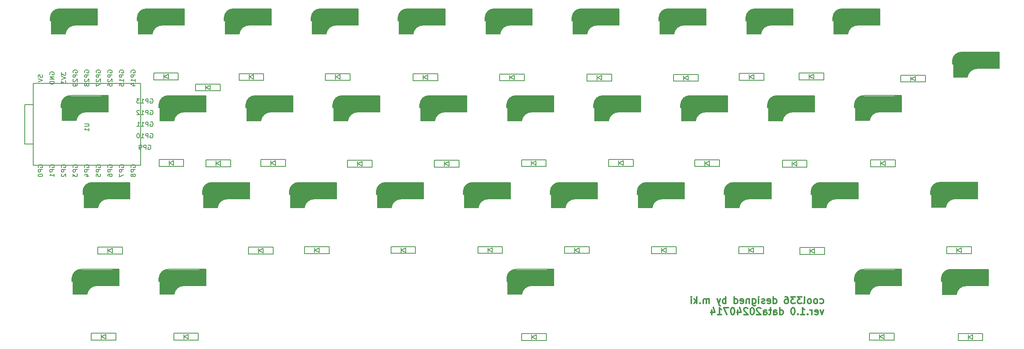
<source format=gbr>
G04 #@! TF.GenerationSoftware,KiCad,Pcbnew,7.0.8*
G04 #@! TF.CreationDate,2024-07-14T10:46:29+09:00*
G04 #@! TF.ProjectId,cool336_pcb,636f6f6c-3333-4365-9f70-63622e6b6963,rev?*
G04 #@! TF.SameCoordinates,Original*
G04 #@! TF.FileFunction,Legend,Bot*
G04 #@! TF.FilePolarity,Positive*
%FSLAX46Y46*%
G04 Gerber Fmt 4.6, Leading zero omitted, Abs format (unit mm)*
G04 Created by KiCad (PCBNEW 7.0.8) date 2024-07-14 10:46:29*
%MOMM*%
%LPD*%
G01*
G04 APERTURE LIST*
%ADD10C,0.300000*%
%ADD11C,0.150000*%
%ADD12C,0.400000*%
%ADD13C,0.500000*%
%ADD14C,1.000000*%
%ADD15C,3.500000*%
%ADD16C,3.000000*%
%ADD17C,0.800000*%
G04 APERTURE END LIST*
D10*
X162752632Y-57974400D02*
X162895489Y-58045828D01*
X162895489Y-58045828D02*
X163181203Y-58045828D01*
X163181203Y-58045828D02*
X163324060Y-57974400D01*
X163324060Y-57974400D02*
X163395489Y-57902971D01*
X163395489Y-57902971D02*
X163466917Y-57760114D01*
X163466917Y-57760114D02*
X163466917Y-57331542D01*
X163466917Y-57331542D02*
X163395489Y-57188685D01*
X163395489Y-57188685D02*
X163324060Y-57117257D01*
X163324060Y-57117257D02*
X163181203Y-57045828D01*
X163181203Y-57045828D02*
X162895489Y-57045828D01*
X162895489Y-57045828D02*
X162752632Y-57117257D01*
X161895489Y-58045828D02*
X162038346Y-57974400D01*
X162038346Y-57974400D02*
X162109775Y-57902971D01*
X162109775Y-57902971D02*
X162181203Y-57760114D01*
X162181203Y-57760114D02*
X162181203Y-57331542D01*
X162181203Y-57331542D02*
X162109775Y-57188685D01*
X162109775Y-57188685D02*
X162038346Y-57117257D01*
X162038346Y-57117257D02*
X161895489Y-57045828D01*
X161895489Y-57045828D02*
X161681203Y-57045828D01*
X161681203Y-57045828D02*
X161538346Y-57117257D01*
X161538346Y-57117257D02*
X161466918Y-57188685D01*
X161466918Y-57188685D02*
X161395489Y-57331542D01*
X161395489Y-57331542D02*
X161395489Y-57760114D01*
X161395489Y-57760114D02*
X161466918Y-57902971D01*
X161466918Y-57902971D02*
X161538346Y-57974400D01*
X161538346Y-57974400D02*
X161681203Y-58045828D01*
X161681203Y-58045828D02*
X161895489Y-58045828D01*
X160538346Y-58045828D02*
X160681203Y-57974400D01*
X160681203Y-57974400D02*
X160752632Y-57902971D01*
X160752632Y-57902971D02*
X160824060Y-57760114D01*
X160824060Y-57760114D02*
X160824060Y-57331542D01*
X160824060Y-57331542D02*
X160752632Y-57188685D01*
X160752632Y-57188685D02*
X160681203Y-57117257D01*
X160681203Y-57117257D02*
X160538346Y-57045828D01*
X160538346Y-57045828D02*
X160324060Y-57045828D01*
X160324060Y-57045828D02*
X160181203Y-57117257D01*
X160181203Y-57117257D02*
X160109775Y-57188685D01*
X160109775Y-57188685D02*
X160038346Y-57331542D01*
X160038346Y-57331542D02*
X160038346Y-57760114D01*
X160038346Y-57760114D02*
X160109775Y-57902971D01*
X160109775Y-57902971D02*
X160181203Y-57974400D01*
X160181203Y-57974400D02*
X160324060Y-58045828D01*
X160324060Y-58045828D02*
X160538346Y-58045828D01*
X159181203Y-58045828D02*
X159324060Y-57974400D01*
X159324060Y-57974400D02*
X159395489Y-57831542D01*
X159395489Y-57831542D02*
X159395489Y-56545828D01*
X158752632Y-56545828D02*
X157824060Y-56545828D01*
X157824060Y-56545828D02*
X158324060Y-57117257D01*
X158324060Y-57117257D02*
X158109775Y-57117257D01*
X158109775Y-57117257D02*
X157966918Y-57188685D01*
X157966918Y-57188685D02*
X157895489Y-57260114D01*
X157895489Y-57260114D02*
X157824060Y-57402971D01*
X157824060Y-57402971D02*
X157824060Y-57760114D01*
X157824060Y-57760114D02*
X157895489Y-57902971D01*
X157895489Y-57902971D02*
X157966918Y-57974400D01*
X157966918Y-57974400D02*
X158109775Y-58045828D01*
X158109775Y-58045828D02*
X158538346Y-58045828D01*
X158538346Y-58045828D02*
X158681203Y-57974400D01*
X158681203Y-57974400D02*
X158752632Y-57902971D01*
X157324061Y-56545828D02*
X156395489Y-56545828D01*
X156395489Y-56545828D02*
X156895489Y-57117257D01*
X156895489Y-57117257D02*
X156681204Y-57117257D01*
X156681204Y-57117257D02*
X156538347Y-57188685D01*
X156538347Y-57188685D02*
X156466918Y-57260114D01*
X156466918Y-57260114D02*
X156395489Y-57402971D01*
X156395489Y-57402971D02*
X156395489Y-57760114D01*
X156395489Y-57760114D02*
X156466918Y-57902971D01*
X156466918Y-57902971D02*
X156538347Y-57974400D01*
X156538347Y-57974400D02*
X156681204Y-58045828D01*
X156681204Y-58045828D02*
X157109775Y-58045828D01*
X157109775Y-58045828D02*
X157252632Y-57974400D01*
X157252632Y-57974400D02*
X157324061Y-57902971D01*
X155109776Y-56545828D02*
X155395490Y-56545828D01*
X155395490Y-56545828D02*
X155538347Y-56617257D01*
X155538347Y-56617257D02*
X155609776Y-56688685D01*
X155609776Y-56688685D02*
X155752633Y-56902971D01*
X155752633Y-56902971D02*
X155824061Y-57188685D01*
X155824061Y-57188685D02*
X155824061Y-57760114D01*
X155824061Y-57760114D02*
X155752633Y-57902971D01*
X155752633Y-57902971D02*
X155681204Y-57974400D01*
X155681204Y-57974400D02*
X155538347Y-58045828D01*
X155538347Y-58045828D02*
X155252633Y-58045828D01*
X155252633Y-58045828D02*
X155109776Y-57974400D01*
X155109776Y-57974400D02*
X155038347Y-57902971D01*
X155038347Y-57902971D02*
X154966918Y-57760114D01*
X154966918Y-57760114D02*
X154966918Y-57402971D01*
X154966918Y-57402971D02*
X155038347Y-57260114D01*
X155038347Y-57260114D02*
X155109776Y-57188685D01*
X155109776Y-57188685D02*
X155252633Y-57117257D01*
X155252633Y-57117257D02*
X155538347Y-57117257D01*
X155538347Y-57117257D02*
X155681204Y-57188685D01*
X155681204Y-57188685D02*
X155752633Y-57260114D01*
X155752633Y-57260114D02*
X155824061Y-57402971D01*
X152538348Y-58045828D02*
X152538348Y-56545828D01*
X152538348Y-57974400D02*
X152681205Y-58045828D01*
X152681205Y-58045828D02*
X152966919Y-58045828D01*
X152966919Y-58045828D02*
X153109776Y-57974400D01*
X153109776Y-57974400D02*
X153181205Y-57902971D01*
X153181205Y-57902971D02*
X153252633Y-57760114D01*
X153252633Y-57760114D02*
X153252633Y-57331542D01*
X153252633Y-57331542D02*
X153181205Y-57188685D01*
X153181205Y-57188685D02*
X153109776Y-57117257D01*
X153109776Y-57117257D02*
X152966919Y-57045828D01*
X152966919Y-57045828D02*
X152681205Y-57045828D01*
X152681205Y-57045828D02*
X152538348Y-57117257D01*
X151252633Y-57974400D02*
X151395490Y-58045828D01*
X151395490Y-58045828D02*
X151681205Y-58045828D01*
X151681205Y-58045828D02*
X151824062Y-57974400D01*
X151824062Y-57974400D02*
X151895490Y-57831542D01*
X151895490Y-57831542D02*
X151895490Y-57260114D01*
X151895490Y-57260114D02*
X151824062Y-57117257D01*
X151824062Y-57117257D02*
X151681205Y-57045828D01*
X151681205Y-57045828D02*
X151395490Y-57045828D01*
X151395490Y-57045828D02*
X151252633Y-57117257D01*
X151252633Y-57117257D02*
X151181205Y-57260114D01*
X151181205Y-57260114D02*
X151181205Y-57402971D01*
X151181205Y-57402971D02*
X151895490Y-57545828D01*
X150609776Y-57974400D02*
X150466919Y-58045828D01*
X150466919Y-58045828D02*
X150181205Y-58045828D01*
X150181205Y-58045828D02*
X150038348Y-57974400D01*
X150038348Y-57974400D02*
X149966919Y-57831542D01*
X149966919Y-57831542D02*
X149966919Y-57760114D01*
X149966919Y-57760114D02*
X150038348Y-57617257D01*
X150038348Y-57617257D02*
X150181205Y-57545828D01*
X150181205Y-57545828D02*
X150395491Y-57545828D01*
X150395491Y-57545828D02*
X150538348Y-57474400D01*
X150538348Y-57474400D02*
X150609776Y-57331542D01*
X150609776Y-57331542D02*
X150609776Y-57260114D01*
X150609776Y-57260114D02*
X150538348Y-57117257D01*
X150538348Y-57117257D02*
X150395491Y-57045828D01*
X150395491Y-57045828D02*
X150181205Y-57045828D01*
X150181205Y-57045828D02*
X150038348Y-57117257D01*
X149324062Y-58045828D02*
X149324062Y-57045828D01*
X149324062Y-56545828D02*
X149395490Y-56617257D01*
X149395490Y-56617257D02*
X149324062Y-56688685D01*
X149324062Y-56688685D02*
X149252633Y-56617257D01*
X149252633Y-56617257D02*
X149324062Y-56545828D01*
X149324062Y-56545828D02*
X149324062Y-56688685D01*
X147966919Y-57045828D02*
X147966919Y-58260114D01*
X147966919Y-58260114D02*
X148038347Y-58402971D01*
X148038347Y-58402971D02*
X148109776Y-58474400D01*
X148109776Y-58474400D02*
X148252633Y-58545828D01*
X148252633Y-58545828D02*
X148466919Y-58545828D01*
X148466919Y-58545828D02*
X148609776Y-58474400D01*
X147966919Y-57974400D02*
X148109776Y-58045828D01*
X148109776Y-58045828D02*
X148395490Y-58045828D01*
X148395490Y-58045828D02*
X148538347Y-57974400D01*
X148538347Y-57974400D02*
X148609776Y-57902971D01*
X148609776Y-57902971D02*
X148681204Y-57760114D01*
X148681204Y-57760114D02*
X148681204Y-57331542D01*
X148681204Y-57331542D02*
X148609776Y-57188685D01*
X148609776Y-57188685D02*
X148538347Y-57117257D01*
X148538347Y-57117257D02*
X148395490Y-57045828D01*
X148395490Y-57045828D02*
X148109776Y-57045828D01*
X148109776Y-57045828D02*
X147966919Y-57117257D01*
X147252633Y-57045828D02*
X147252633Y-58045828D01*
X147252633Y-57188685D02*
X147181204Y-57117257D01*
X147181204Y-57117257D02*
X147038347Y-57045828D01*
X147038347Y-57045828D02*
X146824061Y-57045828D01*
X146824061Y-57045828D02*
X146681204Y-57117257D01*
X146681204Y-57117257D02*
X146609776Y-57260114D01*
X146609776Y-57260114D02*
X146609776Y-58045828D01*
X145324061Y-57974400D02*
X145466918Y-58045828D01*
X145466918Y-58045828D02*
X145752633Y-58045828D01*
X145752633Y-58045828D02*
X145895490Y-57974400D01*
X145895490Y-57974400D02*
X145966918Y-57831542D01*
X145966918Y-57831542D02*
X145966918Y-57260114D01*
X145966918Y-57260114D02*
X145895490Y-57117257D01*
X145895490Y-57117257D02*
X145752633Y-57045828D01*
X145752633Y-57045828D02*
X145466918Y-57045828D01*
X145466918Y-57045828D02*
X145324061Y-57117257D01*
X145324061Y-57117257D02*
X145252633Y-57260114D01*
X145252633Y-57260114D02*
X145252633Y-57402971D01*
X145252633Y-57402971D02*
X145966918Y-57545828D01*
X143966919Y-58045828D02*
X143966919Y-56545828D01*
X143966919Y-57974400D02*
X144109776Y-58045828D01*
X144109776Y-58045828D02*
X144395490Y-58045828D01*
X144395490Y-58045828D02*
X144538347Y-57974400D01*
X144538347Y-57974400D02*
X144609776Y-57902971D01*
X144609776Y-57902971D02*
X144681204Y-57760114D01*
X144681204Y-57760114D02*
X144681204Y-57331542D01*
X144681204Y-57331542D02*
X144609776Y-57188685D01*
X144609776Y-57188685D02*
X144538347Y-57117257D01*
X144538347Y-57117257D02*
X144395490Y-57045828D01*
X144395490Y-57045828D02*
X144109776Y-57045828D01*
X144109776Y-57045828D02*
X143966919Y-57117257D01*
X142109776Y-58045828D02*
X142109776Y-56545828D01*
X142109776Y-57117257D02*
X141966919Y-57045828D01*
X141966919Y-57045828D02*
X141681204Y-57045828D01*
X141681204Y-57045828D02*
X141538347Y-57117257D01*
X141538347Y-57117257D02*
X141466919Y-57188685D01*
X141466919Y-57188685D02*
X141395490Y-57331542D01*
X141395490Y-57331542D02*
X141395490Y-57760114D01*
X141395490Y-57760114D02*
X141466919Y-57902971D01*
X141466919Y-57902971D02*
X141538347Y-57974400D01*
X141538347Y-57974400D02*
X141681204Y-58045828D01*
X141681204Y-58045828D02*
X141966919Y-58045828D01*
X141966919Y-58045828D02*
X142109776Y-57974400D01*
X140895490Y-57045828D02*
X140538347Y-58045828D01*
X140181204Y-57045828D02*
X140538347Y-58045828D01*
X140538347Y-58045828D02*
X140681204Y-58402971D01*
X140681204Y-58402971D02*
X140752633Y-58474400D01*
X140752633Y-58474400D02*
X140895490Y-58545828D01*
X138466919Y-58045828D02*
X138466919Y-57045828D01*
X138466919Y-57188685D02*
X138395490Y-57117257D01*
X138395490Y-57117257D02*
X138252633Y-57045828D01*
X138252633Y-57045828D02*
X138038347Y-57045828D01*
X138038347Y-57045828D02*
X137895490Y-57117257D01*
X137895490Y-57117257D02*
X137824062Y-57260114D01*
X137824062Y-57260114D02*
X137824062Y-58045828D01*
X137824062Y-57260114D02*
X137752633Y-57117257D01*
X137752633Y-57117257D02*
X137609776Y-57045828D01*
X137609776Y-57045828D02*
X137395490Y-57045828D01*
X137395490Y-57045828D02*
X137252633Y-57117257D01*
X137252633Y-57117257D02*
X137181204Y-57260114D01*
X137181204Y-57260114D02*
X137181204Y-58045828D01*
X136466919Y-57902971D02*
X136395490Y-57974400D01*
X136395490Y-57974400D02*
X136466919Y-58045828D01*
X136466919Y-58045828D02*
X136538347Y-57974400D01*
X136538347Y-57974400D02*
X136466919Y-57902971D01*
X136466919Y-57902971D02*
X136466919Y-58045828D01*
X135752633Y-58045828D02*
X135752633Y-56545828D01*
X135609776Y-57474400D02*
X135181204Y-58045828D01*
X135181204Y-57045828D02*
X135752633Y-57617257D01*
X134538347Y-58045828D02*
X134538347Y-57045828D01*
X134538347Y-56545828D02*
X134609775Y-56617257D01*
X134609775Y-56617257D02*
X134538347Y-56688685D01*
X134538347Y-56688685D02*
X134466918Y-56617257D01*
X134466918Y-56617257D02*
X134538347Y-56545828D01*
X134538347Y-56545828D02*
X134538347Y-56688685D01*
X163538346Y-59460828D02*
X163181203Y-60460828D01*
X163181203Y-60460828D02*
X162824060Y-59460828D01*
X161681203Y-60389400D02*
X161824060Y-60460828D01*
X161824060Y-60460828D02*
X162109775Y-60460828D01*
X162109775Y-60460828D02*
X162252632Y-60389400D01*
X162252632Y-60389400D02*
X162324060Y-60246542D01*
X162324060Y-60246542D02*
X162324060Y-59675114D01*
X162324060Y-59675114D02*
X162252632Y-59532257D01*
X162252632Y-59532257D02*
X162109775Y-59460828D01*
X162109775Y-59460828D02*
X161824060Y-59460828D01*
X161824060Y-59460828D02*
X161681203Y-59532257D01*
X161681203Y-59532257D02*
X161609775Y-59675114D01*
X161609775Y-59675114D02*
X161609775Y-59817971D01*
X161609775Y-59817971D02*
X162324060Y-59960828D01*
X160966918Y-60460828D02*
X160966918Y-59460828D01*
X160966918Y-59746542D02*
X160895489Y-59603685D01*
X160895489Y-59603685D02*
X160824061Y-59532257D01*
X160824061Y-59532257D02*
X160681203Y-59460828D01*
X160681203Y-59460828D02*
X160538346Y-59460828D01*
X160038347Y-60317971D02*
X159966918Y-60389400D01*
X159966918Y-60389400D02*
X160038347Y-60460828D01*
X160038347Y-60460828D02*
X160109775Y-60389400D01*
X160109775Y-60389400D02*
X160038347Y-60317971D01*
X160038347Y-60317971D02*
X160038347Y-60460828D01*
X158538346Y-60460828D02*
X159395489Y-60460828D01*
X158966918Y-60460828D02*
X158966918Y-58960828D01*
X158966918Y-58960828D02*
X159109775Y-59175114D01*
X159109775Y-59175114D02*
X159252632Y-59317971D01*
X159252632Y-59317971D02*
X159395489Y-59389400D01*
X157895490Y-60317971D02*
X157824061Y-60389400D01*
X157824061Y-60389400D02*
X157895490Y-60460828D01*
X157895490Y-60460828D02*
X157966918Y-60389400D01*
X157966918Y-60389400D02*
X157895490Y-60317971D01*
X157895490Y-60317971D02*
X157895490Y-60460828D01*
X156895489Y-58960828D02*
X156752632Y-58960828D01*
X156752632Y-58960828D02*
X156609775Y-59032257D01*
X156609775Y-59032257D02*
X156538347Y-59103685D01*
X156538347Y-59103685D02*
X156466918Y-59246542D01*
X156466918Y-59246542D02*
X156395489Y-59532257D01*
X156395489Y-59532257D02*
X156395489Y-59889400D01*
X156395489Y-59889400D02*
X156466918Y-60175114D01*
X156466918Y-60175114D02*
X156538347Y-60317971D01*
X156538347Y-60317971D02*
X156609775Y-60389400D01*
X156609775Y-60389400D02*
X156752632Y-60460828D01*
X156752632Y-60460828D02*
X156895489Y-60460828D01*
X156895489Y-60460828D02*
X157038347Y-60389400D01*
X157038347Y-60389400D02*
X157109775Y-60317971D01*
X157109775Y-60317971D02*
X157181204Y-60175114D01*
X157181204Y-60175114D02*
X157252632Y-59889400D01*
X157252632Y-59889400D02*
X157252632Y-59532257D01*
X157252632Y-59532257D02*
X157181204Y-59246542D01*
X157181204Y-59246542D02*
X157109775Y-59103685D01*
X157109775Y-59103685D02*
X157038347Y-59032257D01*
X157038347Y-59032257D02*
X156895489Y-58960828D01*
X153966919Y-60460828D02*
X153966919Y-58960828D01*
X153966919Y-60389400D02*
X154109776Y-60460828D01*
X154109776Y-60460828D02*
X154395490Y-60460828D01*
X154395490Y-60460828D02*
X154538347Y-60389400D01*
X154538347Y-60389400D02*
X154609776Y-60317971D01*
X154609776Y-60317971D02*
X154681204Y-60175114D01*
X154681204Y-60175114D02*
X154681204Y-59746542D01*
X154681204Y-59746542D02*
X154609776Y-59603685D01*
X154609776Y-59603685D02*
X154538347Y-59532257D01*
X154538347Y-59532257D02*
X154395490Y-59460828D01*
X154395490Y-59460828D02*
X154109776Y-59460828D01*
X154109776Y-59460828D02*
X153966919Y-59532257D01*
X152609776Y-60460828D02*
X152609776Y-59675114D01*
X152609776Y-59675114D02*
X152681204Y-59532257D01*
X152681204Y-59532257D02*
X152824061Y-59460828D01*
X152824061Y-59460828D02*
X153109776Y-59460828D01*
X153109776Y-59460828D02*
X153252633Y-59532257D01*
X152609776Y-60389400D02*
X152752633Y-60460828D01*
X152752633Y-60460828D02*
X153109776Y-60460828D01*
X153109776Y-60460828D02*
X153252633Y-60389400D01*
X153252633Y-60389400D02*
X153324061Y-60246542D01*
X153324061Y-60246542D02*
X153324061Y-60103685D01*
X153324061Y-60103685D02*
X153252633Y-59960828D01*
X153252633Y-59960828D02*
X153109776Y-59889400D01*
X153109776Y-59889400D02*
X152752633Y-59889400D01*
X152752633Y-59889400D02*
X152609776Y-59817971D01*
X152109775Y-59460828D02*
X151538347Y-59460828D01*
X151895490Y-58960828D02*
X151895490Y-60246542D01*
X151895490Y-60246542D02*
X151824061Y-60389400D01*
X151824061Y-60389400D02*
X151681204Y-60460828D01*
X151681204Y-60460828D02*
X151538347Y-60460828D01*
X150395490Y-60460828D02*
X150395490Y-59675114D01*
X150395490Y-59675114D02*
X150466918Y-59532257D01*
X150466918Y-59532257D02*
X150609775Y-59460828D01*
X150609775Y-59460828D02*
X150895490Y-59460828D01*
X150895490Y-59460828D02*
X151038347Y-59532257D01*
X150395490Y-60389400D02*
X150538347Y-60460828D01*
X150538347Y-60460828D02*
X150895490Y-60460828D01*
X150895490Y-60460828D02*
X151038347Y-60389400D01*
X151038347Y-60389400D02*
X151109775Y-60246542D01*
X151109775Y-60246542D02*
X151109775Y-60103685D01*
X151109775Y-60103685D02*
X151038347Y-59960828D01*
X151038347Y-59960828D02*
X150895490Y-59889400D01*
X150895490Y-59889400D02*
X150538347Y-59889400D01*
X150538347Y-59889400D02*
X150395490Y-59817971D01*
X149752632Y-59103685D02*
X149681204Y-59032257D01*
X149681204Y-59032257D02*
X149538347Y-58960828D01*
X149538347Y-58960828D02*
X149181204Y-58960828D01*
X149181204Y-58960828D02*
X149038347Y-59032257D01*
X149038347Y-59032257D02*
X148966918Y-59103685D01*
X148966918Y-59103685D02*
X148895489Y-59246542D01*
X148895489Y-59246542D02*
X148895489Y-59389400D01*
X148895489Y-59389400D02*
X148966918Y-59603685D01*
X148966918Y-59603685D02*
X149824061Y-60460828D01*
X149824061Y-60460828D02*
X148895489Y-60460828D01*
X147966918Y-58960828D02*
X147824061Y-58960828D01*
X147824061Y-58960828D02*
X147681204Y-59032257D01*
X147681204Y-59032257D02*
X147609776Y-59103685D01*
X147609776Y-59103685D02*
X147538347Y-59246542D01*
X147538347Y-59246542D02*
X147466918Y-59532257D01*
X147466918Y-59532257D02*
X147466918Y-59889400D01*
X147466918Y-59889400D02*
X147538347Y-60175114D01*
X147538347Y-60175114D02*
X147609776Y-60317971D01*
X147609776Y-60317971D02*
X147681204Y-60389400D01*
X147681204Y-60389400D02*
X147824061Y-60460828D01*
X147824061Y-60460828D02*
X147966918Y-60460828D01*
X147966918Y-60460828D02*
X148109776Y-60389400D01*
X148109776Y-60389400D02*
X148181204Y-60317971D01*
X148181204Y-60317971D02*
X148252633Y-60175114D01*
X148252633Y-60175114D02*
X148324061Y-59889400D01*
X148324061Y-59889400D02*
X148324061Y-59532257D01*
X148324061Y-59532257D02*
X148252633Y-59246542D01*
X148252633Y-59246542D02*
X148181204Y-59103685D01*
X148181204Y-59103685D02*
X148109776Y-59032257D01*
X148109776Y-59032257D02*
X147966918Y-58960828D01*
X146895490Y-59103685D02*
X146824062Y-59032257D01*
X146824062Y-59032257D02*
X146681205Y-58960828D01*
X146681205Y-58960828D02*
X146324062Y-58960828D01*
X146324062Y-58960828D02*
X146181205Y-59032257D01*
X146181205Y-59032257D02*
X146109776Y-59103685D01*
X146109776Y-59103685D02*
X146038347Y-59246542D01*
X146038347Y-59246542D02*
X146038347Y-59389400D01*
X146038347Y-59389400D02*
X146109776Y-59603685D01*
X146109776Y-59603685D02*
X146966919Y-60460828D01*
X146966919Y-60460828D02*
X146038347Y-60460828D01*
X144752634Y-59460828D02*
X144752634Y-60460828D01*
X145109776Y-58889400D02*
X145466919Y-59960828D01*
X145466919Y-59960828D02*
X144538348Y-59960828D01*
X143681205Y-58960828D02*
X143538348Y-58960828D01*
X143538348Y-58960828D02*
X143395491Y-59032257D01*
X143395491Y-59032257D02*
X143324063Y-59103685D01*
X143324063Y-59103685D02*
X143252634Y-59246542D01*
X143252634Y-59246542D02*
X143181205Y-59532257D01*
X143181205Y-59532257D02*
X143181205Y-59889400D01*
X143181205Y-59889400D02*
X143252634Y-60175114D01*
X143252634Y-60175114D02*
X143324063Y-60317971D01*
X143324063Y-60317971D02*
X143395491Y-60389400D01*
X143395491Y-60389400D02*
X143538348Y-60460828D01*
X143538348Y-60460828D02*
X143681205Y-60460828D01*
X143681205Y-60460828D02*
X143824063Y-60389400D01*
X143824063Y-60389400D02*
X143895491Y-60317971D01*
X143895491Y-60317971D02*
X143966920Y-60175114D01*
X143966920Y-60175114D02*
X144038348Y-59889400D01*
X144038348Y-59889400D02*
X144038348Y-59532257D01*
X144038348Y-59532257D02*
X143966920Y-59246542D01*
X143966920Y-59246542D02*
X143895491Y-59103685D01*
X143895491Y-59103685D02*
X143824063Y-59032257D01*
X143824063Y-59032257D02*
X143681205Y-58960828D01*
X142681206Y-58960828D02*
X141681206Y-58960828D01*
X141681206Y-58960828D02*
X142324063Y-60460828D01*
X140324063Y-60460828D02*
X141181206Y-60460828D01*
X140752635Y-60460828D02*
X140752635Y-58960828D01*
X140752635Y-58960828D02*
X140895492Y-59175114D01*
X140895492Y-59175114D02*
X141038349Y-59317971D01*
X141038349Y-59317971D02*
X141181206Y-59389400D01*
X139038350Y-59460828D02*
X139038350Y-60460828D01*
X139395492Y-58889400D02*
X139752635Y-59960828D01*
X139752635Y-59960828D02*
X138824064Y-59960828D01*
D11*
X1594819Y-18628095D02*
X2404342Y-18628095D01*
X2404342Y-18628095D02*
X2499580Y-18675714D01*
X2499580Y-18675714D02*
X2547200Y-18723333D01*
X2547200Y-18723333D02*
X2594819Y-18818571D01*
X2594819Y-18818571D02*
X2594819Y-19009047D01*
X2594819Y-19009047D02*
X2547200Y-19104285D01*
X2547200Y-19104285D02*
X2499580Y-19151904D01*
X2499580Y-19151904D02*
X2404342Y-19199523D01*
X2404342Y-19199523D02*
X1594819Y-19199523D01*
X2594819Y-20199523D02*
X2594819Y-19628095D01*
X2594819Y-19913809D02*
X1594819Y-19913809D01*
X1594819Y-19913809D02*
X1737676Y-19818571D01*
X1737676Y-19818571D02*
X1832914Y-19723333D01*
X1832914Y-19723333D02*
X1880533Y-19628095D01*
X4172438Y-7399523D02*
X4124819Y-7304285D01*
X4124819Y-7304285D02*
X4124819Y-7161428D01*
X4124819Y-7161428D02*
X4172438Y-7018571D01*
X4172438Y-7018571D02*
X4267676Y-6923333D01*
X4267676Y-6923333D02*
X4362914Y-6875714D01*
X4362914Y-6875714D02*
X4553390Y-6828095D01*
X4553390Y-6828095D02*
X4696247Y-6828095D01*
X4696247Y-6828095D02*
X4886723Y-6875714D01*
X4886723Y-6875714D02*
X4981961Y-6923333D01*
X4981961Y-6923333D02*
X5077200Y-7018571D01*
X5077200Y-7018571D02*
X5124819Y-7161428D01*
X5124819Y-7161428D02*
X5124819Y-7256666D01*
X5124819Y-7256666D02*
X5077200Y-7399523D01*
X5077200Y-7399523D02*
X5029580Y-7447142D01*
X5029580Y-7447142D02*
X4696247Y-7447142D01*
X4696247Y-7447142D02*
X4696247Y-7256666D01*
X5124819Y-7875714D02*
X4124819Y-7875714D01*
X4124819Y-7875714D02*
X4124819Y-8256666D01*
X4124819Y-8256666D02*
X4172438Y-8351904D01*
X4172438Y-8351904D02*
X4220057Y-8399523D01*
X4220057Y-8399523D02*
X4315295Y-8447142D01*
X4315295Y-8447142D02*
X4458152Y-8447142D01*
X4458152Y-8447142D02*
X4553390Y-8399523D01*
X4553390Y-8399523D02*
X4601009Y-8351904D01*
X4601009Y-8351904D02*
X4648628Y-8256666D01*
X4648628Y-8256666D02*
X4648628Y-7875714D01*
X4220057Y-8828095D02*
X4172438Y-8875714D01*
X4172438Y-8875714D02*
X4124819Y-8970952D01*
X4124819Y-8970952D02*
X4124819Y-9209047D01*
X4124819Y-9209047D02*
X4172438Y-9304285D01*
X4172438Y-9304285D02*
X4220057Y-9351904D01*
X4220057Y-9351904D02*
X4315295Y-9399523D01*
X4315295Y-9399523D02*
X4410533Y-9399523D01*
X4410533Y-9399523D02*
X4553390Y-9351904D01*
X4553390Y-9351904D02*
X5124819Y-8780476D01*
X5124819Y-8780476D02*
X5124819Y-9399523D01*
X4124819Y-9732857D02*
X4124819Y-10399523D01*
X4124819Y-10399523D02*
X5124819Y-9970952D01*
X4172438Y-28195714D02*
X4124819Y-28100476D01*
X4124819Y-28100476D02*
X4124819Y-27957619D01*
X4124819Y-27957619D02*
X4172438Y-27814762D01*
X4172438Y-27814762D02*
X4267676Y-27719524D01*
X4267676Y-27719524D02*
X4362914Y-27671905D01*
X4362914Y-27671905D02*
X4553390Y-27624286D01*
X4553390Y-27624286D02*
X4696247Y-27624286D01*
X4696247Y-27624286D02*
X4886723Y-27671905D01*
X4886723Y-27671905D02*
X4981961Y-27719524D01*
X4981961Y-27719524D02*
X5077200Y-27814762D01*
X5077200Y-27814762D02*
X5124819Y-27957619D01*
X5124819Y-27957619D02*
X5124819Y-28052857D01*
X5124819Y-28052857D02*
X5077200Y-28195714D01*
X5077200Y-28195714D02*
X5029580Y-28243333D01*
X5029580Y-28243333D02*
X4696247Y-28243333D01*
X4696247Y-28243333D02*
X4696247Y-28052857D01*
X5124819Y-28671905D02*
X4124819Y-28671905D01*
X4124819Y-28671905D02*
X4124819Y-29052857D01*
X4124819Y-29052857D02*
X4172438Y-29148095D01*
X4172438Y-29148095D02*
X4220057Y-29195714D01*
X4220057Y-29195714D02*
X4315295Y-29243333D01*
X4315295Y-29243333D02*
X4458152Y-29243333D01*
X4458152Y-29243333D02*
X4553390Y-29195714D01*
X4553390Y-29195714D02*
X4601009Y-29148095D01*
X4601009Y-29148095D02*
X4648628Y-29052857D01*
X4648628Y-29052857D02*
X4648628Y-28671905D01*
X4124819Y-30148095D02*
X4124819Y-29671905D01*
X4124819Y-29671905D02*
X4601009Y-29624286D01*
X4601009Y-29624286D02*
X4553390Y-29671905D01*
X4553390Y-29671905D02*
X4505771Y-29767143D01*
X4505771Y-29767143D02*
X4505771Y-30005238D01*
X4505771Y-30005238D02*
X4553390Y-30100476D01*
X4553390Y-30100476D02*
X4601009Y-30148095D01*
X4601009Y-30148095D02*
X4696247Y-30195714D01*
X4696247Y-30195714D02*
X4934342Y-30195714D01*
X4934342Y-30195714D02*
X5029580Y-30148095D01*
X5029580Y-30148095D02*
X5077200Y-30100476D01*
X5077200Y-30100476D02*
X5124819Y-30005238D01*
X5124819Y-30005238D02*
X5124819Y-29767143D01*
X5124819Y-29767143D02*
X5077200Y-29671905D01*
X5077200Y-29671905D02*
X5029580Y-29624286D01*
X16020476Y-13172438D02*
X16115714Y-13124819D01*
X16115714Y-13124819D02*
X16258571Y-13124819D01*
X16258571Y-13124819D02*
X16401428Y-13172438D01*
X16401428Y-13172438D02*
X16496666Y-13267676D01*
X16496666Y-13267676D02*
X16544285Y-13362914D01*
X16544285Y-13362914D02*
X16591904Y-13553390D01*
X16591904Y-13553390D02*
X16591904Y-13696247D01*
X16591904Y-13696247D02*
X16544285Y-13886723D01*
X16544285Y-13886723D02*
X16496666Y-13981961D01*
X16496666Y-13981961D02*
X16401428Y-14077200D01*
X16401428Y-14077200D02*
X16258571Y-14124819D01*
X16258571Y-14124819D02*
X16163333Y-14124819D01*
X16163333Y-14124819D02*
X16020476Y-14077200D01*
X16020476Y-14077200D02*
X15972857Y-14029580D01*
X15972857Y-14029580D02*
X15972857Y-13696247D01*
X15972857Y-13696247D02*
X16163333Y-13696247D01*
X15544285Y-14124819D02*
X15544285Y-13124819D01*
X15544285Y-13124819D02*
X15163333Y-13124819D01*
X15163333Y-13124819D02*
X15068095Y-13172438D01*
X15068095Y-13172438D02*
X15020476Y-13220057D01*
X15020476Y-13220057D02*
X14972857Y-13315295D01*
X14972857Y-13315295D02*
X14972857Y-13458152D01*
X14972857Y-13458152D02*
X15020476Y-13553390D01*
X15020476Y-13553390D02*
X15068095Y-13601009D01*
X15068095Y-13601009D02*
X15163333Y-13648628D01*
X15163333Y-13648628D02*
X15544285Y-13648628D01*
X14020476Y-14124819D02*
X14591904Y-14124819D01*
X14306190Y-14124819D02*
X14306190Y-13124819D01*
X14306190Y-13124819D02*
X14401428Y-13267676D01*
X14401428Y-13267676D02*
X14496666Y-13362914D01*
X14496666Y-13362914D02*
X14591904Y-13410533D01*
X13687142Y-13124819D02*
X13068095Y-13124819D01*
X13068095Y-13124819D02*
X13401428Y-13505771D01*
X13401428Y-13505771D02*
X13258571Y-13505771D01*
X13258571Y-13505771D02*
X13163333Y-13553390D01*
X13163333Y-13553390D02*
X13115714Y-13601009D01*
X13115714Y-13601009D02*
X13068095Y-13696247D01*
X13068095Y-13696247D02*
X13068095Y-13934342D01*
X13068095Y-13934342D02*
X13115714Y-14029580D01*
X13115714Y-14029580D02*
X13163333Y-14077200D01*
X13163333Y-14077200D02*
X13258571Y-14124819D01*
X13258571Y-14124819D02*
X13544285Y-14124819D01*
X13544285Y-14124819D02*
X13639523Y-14077200D01*
X13639523Y-14077200D02*
X13687142Y-14029580D01*
X-907561Y-28195714D02*
X-955180Y-28100476D01*
X-955180Y-28100476D02*
X-955180Y-27957619D01*
X-955180Y-27957619D02*
X-907561Y-27814762D01*
X-907561Y-27814762D02*
X-812323Y-27719524D01*
X-812323Y-27719524D02*
X-717085Y-27671905D01*
X-717085Y-27671905D02*
X-526609Y-27624286D01*
X-526609Y-27624286D02*
X-383752Y-27624286D01*
X-383752Y-27624286D02*
X-193276Y-27671905D01*
X-193276Y-27671905D02*
X-98038Y-27719524D01*
X-98038Y-27719524D02*
X-2800Y-27814762D01*
X-2800Y-27814762D02*
X44819Y-27957619D01*
X44819Y-27957619D02*
X44819Y-28052857D01*
X44819Y-28052857D02*
X-2800Y-28195714D01*
X-2800Y-28195714D02*
X-50419Y-28243333D01*
X-50419Y-28243333D02*
X-383752Y-28243333D01*
X-383752Y-28243333D02*
X-383752Y-28052857D01*
X44819Y-28671905D02*
X-955180Y-28671905D01*
X-955180Y-28671905D02*
X-955180Y-29052857D01*
X-955180Y-29052857D02*
X-907561Y-29148095D01*
X-907561Y-29148095D02*
X-859942Y-29195714D01*
X-859942Y-29195714D02*
X-764704Y-29243333D01*
X-764704Y-29243333D02*
X-621847Y-29243333D01*
X-621847Y-29243333D02*
X-526609Y-29195714D01*
X-526609Y-29195714D02*
X-478990Y-29148095D01*
X-478990Y-29148095D02*
X-431371Y-29052857D01*
X-431371Y-29052857D02*
X-431371Y-28671905D01*
X-955180Y-29576667D02*
X-955180Y-30195714D01*
X-955180Y-30195714D02*
X-574228Y-29862381D01*
X-574228Y-29862381D02*
X-574228Y-30005238D01*
X-574228Y-30005238D02*
X-526609Y-30100476D01*
X-526609Y-30100476D02*
X-478990Y-30148095D01*
X-478990Y-30148095D02*
X-383752Y-30195714D01*
X-383752Y-30195714D02*
X-145657Y-30195714D01*
X-145657Y-30195714D02*
X-50419Y-30148095D01*
X-50419Y-30148095D02*
X-2800Y-30100476D01*
X-2800Y-30100476D02*
X44819Y-30005238D01*
X44819Y-30005238D02*
X44819Y-29719524D01*
X44819Y-29719524D02*
X-2800Y-29624286D01*
X-2800Y-29624286D02*
X-50419Y-29576667D01*
X-907561Y-7399523D02*
X-955180Y-7304285D01*
X-955180Y-7304285D02*
X-955180Y-7161428D01*
X-955180Y-7161428D02*
X-907561Y-7018571D01*
X-907561Y-7018571D02*
X-812323Y-6923333D01*
X-812323Y-6923333D02*
X-717085Y-6875714D01*
X-717085Y-6875714D02*
X-526609Y-6828095D01*
X-526609Y-6828095D02*
X-383752Y-6828095D01*
X-383752Y-6828095D02*
X-193276Y-6875714D01*
X-193276Y-6875714D02*
X-98038Y-6923333D01*
X-98038Y-6923333D02*
X-2800Y-7018571D01*
X-2800Y-7018571D02*
X44819Y-7161428D01*
X44819Y-7161428D02*
X44819Y-7256666D01*
X44819Y-7256666D02*
X-2800Y-7399523D01*
X-2800Y-7399523D02*
X-50419Y-7447142D01*
X-50419Y-7447142D02*
X-383752Y-7447142D01*
X-383752Y-7447142D02*
X-383752Y-7256666D01*
X44819Y-7875714D02*
X-955180Y-7875714D01*
X-955180Y-7875714D02*
X-955180Y-8256666D01*
X-955180Y-8256666D02*
X-907561Y-8351904D01*
X-907561Y-8351904D02*
X-859942Y-8399523D01*
X-859942Y-8399523D02*
X-764704Y-8447142D01*
X-764704Y-8447142D02*
X-621847Y-8447142D01*
X-621847Y-8447142D02*
X-526609Y-8399523D01*
X-526609Y-8399523D02*
X-478990Y-8351904D01*
X-478990Y-8351904D02*
X-431371Y-8256666D01*
X-431371Y-8256666D02*
X-431371Y-7875714D01*
X-859942Y-8828095D02*
X-907561Y-8875714D01*
X-907561Y-8875714D02*
X-955180Y-8970952D01*
X-955180Y-8970952D02*
X-955180Y-9209047D01*
X-955180Y-9209047D02*
X-907561Y-9304285D01*
X-907561Y-9304285D02*
X-859942Y-9351904D01*
X-859942Y-9351904D02*
X-764704Y-9399523D01*
X-764704Y-9399523D02*
X-669466Y-9399523D01*
X-669466Y-9399523D02*
X-526609Y-9351904D01*
X-526609Y-9351904D02*
X44819Y-8780476D01*
X44819Y-8780476D02*
X44819Y-9399523D01*
X44819Y-9875714D02*
X44819Y-10066190D01*
X44819Y-10066190D02*
X-2800Y-10161428D01*
X-2800Y-10161428D02*
X-50419Y-10209047D01*
X-50419Y-10209047D02*
X-193276Y-10304285D01*
X-193276Y-10304285D02*
X-383752Y-10351904D01*
X-383752Y-10351904D02*
X-764704Y-10351904D01*
X-764704Y-10351904D02*
X-859942Y-10304285D01*
X-859942Y-10304285D02*
X-907561Y-10256666D01*
X-907561Y-10256666D02*
X-955180Y-10161428D01*
X-955180Y-10161428D02*
X-955180Y-9970952D01*
X-955180Y-9970952D02*
X-907561Y-9875714D01*
X-907561Y-9875714D02*
X-859942Y-9828095D01*
X-859942Y-9828095D02*
X-764704Y-9780476D01*
X-764704Y-9780476D02*
X-526609Y-9780476D01*
X-526609Y-9780476D02*
X-431371Y-9828095D01*
X-431371Y-9828095D02*
X-383752Y-9875714D01*
X-383752Y-9875714D02*
X-336133Y-9970952D01*
X-336133Y-9970952D02*
X-336133Y-10161428D01*
X-336133Y-10161428D02*
X-383752Y-10256666D01*
X-383752Y-10256666D02*
X-431371Y-10304285D01*
X-431371Y-10304285D02*
X-526609Y-10351904D01*
X11792438Y-7399523D02*
X11744819Y-7304285D01*
X11744819Y-7304285D02*
X11744819Y-7161428D01*
X11744819Y-7161428D02*
X11792438Y-7018571D01*
X11792438Y-7018571D02*
X11887676Y-6923333D01*
X11887676Y-6923333D02*
X11982914Y-6875714D01*
X11982914Y-6875714D02*
X12173390Y-6828095D01*
X12173390Y-6828095D02*
X12316247Y-6828095D01*
X12316247Y-6828095D02*
X12506723Y-6875714D01*
X12506723Y-6875714D02*
X12601961Y-6923333D01*
X12601961Y-6923333D02*
X12697200Y-7018571D01*
X12697200Y-7018571D02*
X12744819Y-7161428D01*
X12744819Y-7161428D02*
X12744819Y-7256666D01*
X12744819Y-7256666D02*
X12697200Y-7399523D01*
X12697200Y-7399523D02*
X12649580Y-7447142D01*
X12649580Y-7447142D02*
X12316247Y-7447142D01*
X12316247Y-7447142D02*
X12316247Y-7256666D01*
X12744819Y-7875714D02*
X11744819Y-7875714D01*
X11744819Y-7875714D02*
X11744819Y-8256666D01*
X11744819Y-8256666D02*
X11792438Y-8351904D01*
X11792438Y-8351904D02*
X11840057Y-8399523D01*
X11840057Y-8399523D02*
X11935295Y-8447142D01*
X11935295Y-8447142D02*
X12078152Y-8447142D01*
X12078152Y-8447142D02*
X12173390Y-8399523D01*
X12173390Y-8399523D02*
X12221009Y-8351904D01*
X12221009Y-8351904D02*
X12268628Y-8256666D01*
X12268628Y-8256666D02*
X12268628Y-7875714D01*
X12744819Y-9399523D02*
X12744819Y-8828095D01*
X12744819Y-9113809D02*
X11744819Y-9113809D01*
X11744819Y-9113809D02*
X11887676Y-9018571D01*
X11887676Y-9018571D02*
X11982914Y-8923333D01*
X11982914Y-8923333D02*
X12030533Y-8828095D01*
X12078152Y-10256666D02*
X12744819Y-10256666D01*
X11697200Y-10018571D02*
X12411485Y-9780476D01*
X12411485Y-9780476D02*
X12411485Y-10399523D01*
X-8575180Y-8399523D02*
X-8575180Y-7923333D01*
X-8575180Y-7923333D02*
X-8098990Y-7875714D01*
X-8098990Y-7875714D02*
X-8146609Y-7923333D01*
X-8146609Y-7923333D02*
X-8194228Y-8018571D01*
X-8194228Y-8018571D02*
X-8194228Y-8256666D01*
X-8194228Y-8256666D02*
X-8146609Y-8351904D01*
X-8146609Y-8351904D02*
X-8098990Y-8399523D01*
X-8098990Y-8399523D02*
X-8003752Y-8447142D01*
X-8003752Y-8447142D02*
X-7765657Y-8447142D01*
X-7765657Y-8447142D02*
X-7670419Y-8399523D01*
X-7670419Y-8399523D02*
X-7622800Y-8351904D01*
X-7622800Y-8351904D02*
X-7575180Y-8256666D01*
X-7575180Y-8256666D02*
X-7575180Y-8018571D01*
X-7575180Y-8018571D02*
X-7622800Y-7923333D01*
X-7622800Y-7923333D02*
X-7670419Y-7875714D01*
X-8575180Y-8732857D02*
X-7575180Y-9066190D01*
X-7575180Y-9066190D02*
X-8575180Y-9399523D01*
X-5987561Y-7828095D02*
X-6035180Y-7732857D01*
X-6035180Y-7732857D02*
X-6035180Y-7590000D01*
X-6035180Y-7590000D02*
X-5987561Y-7447143D01*
X-5987561Y-7447143D02*
X-5892323Y-7351905D01*
X-5892323Y-7351905D02*
X-5797085Y-7304286D01*
X-5797085Y-7304286D02*
X-5606609Y-7256667D01*
X-5606609Y-7256667D02*
X-5463752Y-7256667D01*
X-5463752Y-7256667D02*
X-5273276Y-7304286D01*
X-5273276Y-7304286D02*
X-5178038Y-7351905D01*
X-5178038Y-7351905D02*
X-5082800Y-7447143D01*
X-5082800Y-7447143D02*
X-5035180Y-7590000D01*
X-5035180Y-7590000D02*
X-5035180Y-7685238D01*
X-5035180Y-7685238D02*
X-5082800Y-7828095D01*
X-5082800Y-7828095D02*
X-5130419Y-7875714D01*
X-5130419Y-7875714D02*
X-5463752Y-7875714D01*
X-5463752Y-7875714D02*
X-5463752Y-7685238D01*
X-5035180Y-8304286D02*
X-6035180Y-8304286D01*
X-6035180Y-8304286D02*
X-5035180Y-8875714D01*
X-5035180Y-8875714D02*
X-6035180Y-8875714D01*
X-5035180Y-9351905D02*
X-6035180Y-9351905D01*
X-6035180Y-9351905D02*
X-6035180Y-9590000D01*
X-6035180Y-9590000D02*
X-5987561Y-9732857D01*
X-5987561Y-9732857D02*
X-5892323Y-9828095D01*
X-5892323Y-9828095D02*
X-5797085Y-9875714D01*
X-5797085Y-9875714D02*
X-5606609Y-9923333D01*
X-5606609Y-9923333D02*
X-5463752Y-9923333D01*
X-5463752Y-9923333D02*
X-5273276Y-9875714D01*
X-5273276Y-9875714D02*
X-5178038Y-9828095D01*
X-5178038Y-9828095D02*
X-5082800Y-9732857D01*
X-5082800Y-9732857D02*
X-5035180Y-9590000D01*
X-5035180Y-9590000D02*
X-5035180Y-9351905D01*
X-8527561Y-28195714D02*
X-8575180Y-28100476D01*
X-8575180Y-28100476D02*
X-8575180Y-27957619D01*
X-8575180Y-27957619D02*
X-8527561Y-27814762D01*
X-8527561Y-27814762D02*
X-8432323Y-27719524D01*
X-8432323Y-27719524D02*
X-8337085Y-27671905D01*
X-8337085Y-27671905D02*
X-8146609Y-27624286D01*
X-8146609Y-27624286D02*
X-8003752Y-27624286D01*
X-8003752Y-27624286D02*
X-7813276Y-27671905D01*
X-7813276Y-27671905D02*
X-7718038Y-27719524D01*
X-7718038Y-27719524D02*
X-7622800Y-27814762D01*
X-7622800Y-27814762D02*
X-7575180Y-27957619D01*
X-7575180Y-27957619D02*
X-7575180Y-28052857D01*
X-7575180Y-28052857D02*
X-7622800Y-28195714D01*
X-7622800Y-28195714D02*
X-7670419Y-28243333D01*
X-7670419Y-28243333D02*
X-8003752Y-28243333D01*
X-8003752Y-28243333D02*
X-8003752Y-28052857D01*
X-7575180Y-28671905D02*
X-8575180Y-28671905D01*
X-8575180Y-28671905D02*
X-8575180Y-29052857D01*
X-8575180Y-29052857D02*
X-8527561Y-29148095D01*
X-8527561Y-29148095D02*
X-8479942Y-29195714D01*
X-8479942Y-29195714D02*
X-8384704Y-29243333D01*
X-8384704Y-29243333D02*
X-8241847Y-29243333D01*
X-8241847Y-29243333D02*
X-8146609Y-29195714D01*
X-8146609Y-29195714D02*
X-8098990Y-29148095D01*
X-8098990Y-29148095D02*
X-8051371Y-29052857D01*
X-8051371Y-29052857D02*
X-8051371Y-28671905D01*
X-8575180Y-29862381D02*
X-8575180Y-29957619D01*
X-8575180Y-29957619D02*
X-8527561Y-30052857D01*
X-8527561Y-30052857D02*
X-8479942Y-30100476D01*
X-8479942Y-30100476D02*
X-8384704Y-30148095D01*
X-8384704Y-30148095D02*
X-8194228Y-30195714D01*
X-8194228Y-30195714D02*
X-7956133Y-30195714D01*
X-7956133Y-30195714D02*
X-7765657Y-30148095D01*
X-7765657Y-30148095D02*
X-7670419Y-30100476D01*
X-7670419Y-30100476D02*
X-7622800Y-30052857D01*
X-7622800Y-30052857D02*
X-7575180Y-29957619D01*
X-7575180Y-29957619D02*
X-7575180Y-29862381D01*
X-7575180Y-29862381D02*
X-7622800Y-29767143D01*
X-7622800Y-29767143D02*
X-7670419Y-29719524D01*
X-7670419Y-29719524D02*
X-7765657Y-29671905D01*
X-7765657Y-29671905D02*
X-7956133Y-29624286D01*
X-7956133Y-29624286D02*
X-8194228Y-29624286D01*
X-8194228Y-29624286D02*
X-8384704Y-29671905D01*
X-8384704Y-29671905D02*
X-8479942Y-29719524D01*
X-8479942Y-29719524D02*
X-8527561Y-29767143D01*
X-8527561Y-29767143D02*
X-8575180Y-29862381D01*
X16020476Y-20792438D02*
X16115714Y-20744819D01*
X16115714Y-20744819D02*
X16258571Y-20744819D01*
X16258571Y-20744819D02*
X16401428Y-20792438D01*
X16401428Y-20792438D02*
X16496666Y-20887676D01*
X16496666Y-20887676D02*
X16544285Y-20982914D01*
X16544285Y-20982914D02*
X16591904Y-21173390D01*
X16591904Y-21173390D02*
X16591904Y-21316247D01*
X16591904Y-21316247D02*
X16544285Y-21506723D01*
X16544285Y-21506723D02*
X16496666Y-21601961D01*
X16496666Y-21601961D02*
X16401428Y-21697200D01*
X16401428Y-21697200D02*
X16258571Y-21744819D01*
X16258571Y-21744819D02*
X16163333Y-21744819D01*
X16163333Y-21744819D02*
X16020476Y-21697200D01*
X16020476Y-21697200D02*
X15972857Y-21649580D01*
X15972857Y-21649580D02*
X15972857Y-21316247D01*
X15972857Y-21316247D02*
X16163333Y-21316247D01*
X15544285Y-21744819D02*
X15544285Y-20744819D01*
X15544285Y-20744819D02*
X15163333Y-20744819D01*
X15163333Y-20744819D02*
X15068095Y-20792438D01*
X15068095Y-20792438D02*
X15020476Y-20840057D01*
X15020476Y-20840057D02*
X14972857Y-20935295D01*
X14972857Y-20935295D02*
X14972857Y-21078152D01*
X14972857Y-21078152D02*
X15020476Y-21173390D01*
X15020476Y-21173390D02*
X15068095Y-21221009D01*
X15068095Y-21221009D02*
X15163333Y-21268628D01*
X15163333Y-21268628D02*
X15544285Y-21268628D01*
X14020476Y-21744819D02*
X14591904Y-21744819D01*
X14306190Y-21744819D02*
X14306190Y-20744819D01*
X14306190Y-20744819D02*
X14401428Y-20887676D01*
X14401428Y-20887676D02*
X14496666Y-20982914D01*
X14496666Y-20982914D02*
X14591904Y-21030533D01*
X13401428Y-20744819D02*
X13306190Y-20744819D01*
X13306190Y-20744819D02*
X13210952Y-20792438D01*
X13210952Y-20792438D02*
X13163333Y-20840057D01*
X13163333Y-20840057D02*
X13115714Y-20935295D01*
X13115714Y-20935295D02*
X13068095Y-21125771D01*
X13068095Y-21125771D02*
X13068095Y-21363866D01*
X13068095Y-21363866D02*
X13115714Y-21554342D01*
X13115714Y-21554342D02*
X13163333Y-21649580D01*
X13163333Y-21649580D02*
X13210952Y-21697200D01*
X13210952Y-21697200D02*
X13306190Y-21744819D01*
X13306190Y-21744819D02*
X13401428Y-21744819D01*
X13401428Y-21744819D02*
X13496666Y-21697200D01*
X13496666Y-21697200D02*
X13544285Y-21649580D01*
X13544285Y-21649580D02*
X13591904Y-21554342D01*
X13591904Y-21554342D02*
X13639523Y-21363866D01*
X13639523Y-21363866D02*
X13639523Y-21125771D01*
X13639523Y-21125771D02*
X13591904Y-20935295D01*
X13591904Y-20935295D02*
X13544285Y-20840057D01*
X13544285Y-20840057D02*
X13496666Y-20792438D01*
X13496666Y-20792438D02*
X13401428Y-20744819D01*
X9252438Y-28195714D02*
X9204819Y-28100476D01*
X9204819Y-28100476D02*
X9204819Y-27957619D01*
X9204819Y-27957619D02*
X9252438Y-27814762D01*
X9252438Y-27814762D02*
X9347676Y-27719524D01*
X9347676Y-27719524D02*
X9442914Y-27671905D01*
X9442914Y-27671905D02*
X9633390Y-27624286D01*
X9633390Y-27624286D02*
X9776247Y-27624286D01*
X9776247Y-27624286D02*
X9966723Y-27671905D01*
X9966723Y-27671905D02*
X10061961Y-27719524D01*
X10061961Y-27719524D02*
X10157200Y-27814762D01*
X10157200Y-27814762D02*
X10204819Y-27957619D01*
X10204819Y-27957619D02*
X10204819Y-28052857D01*
X10204819Y-28052857D02*
X10157200Y-28195714D01*
X10157200Y-28195714D02*
X10109580Y-28243333D01*
X10109580Y-28243333D02*
X9776247Y-28243333D01*
X9776247Y-28243333D02*
X9776247Y-28052857D01*
X10204819Y-28671905D02*
X9204819Y-28671905D01*
X9204819Y-28671905D02*
X9204819Y-29052857D01*
X9204819Y-29052857D02*
X9252438Y-29148095D01*
X9252438Y-29148095D02*
X9300057Y-29195714D01*
X9300057Y-29195714D02*
X9395295Y-29243333D01*
X9395295Y-29243333D02*
X9538152Y-29243333D01*
X9538152Y-29243333D02*
X9633390Y-29195714D01*
X9633390Y-29195714D02*
X9681009Y-29148095D01*
X9681009Y-29148095D02*
X9728628Y-29052857D01*
X9728628Y-29052857D02*
X9728628Y-28671905D01*
X9204819Y-29576667D02*
X9204819Y-30243333D01*
X9204819Y-30243333D02*
X10204819Y-29814762D01*
X1632438Y-28195714D02*
X1584819Y-28100476D01*
X1584819Y-28100476D02*
X1584819Y-27957619D01*
X1584819Y-27957619D02*
X1632438Y-27814762D01*
X1632438Y-27814762D02*
X1727676Y-27719524D01*
X1727676Y-27719524D02*
X1822914Y-27671905D01*
X1822914Y-27671905D02*
X2013390Y-27624286D01*
X2013390Y-27624286D02*
X2156247Y-27624286D01*
X2156247Y-27624286D02*
X2346723Y-27671905D01*
X2346723Y-27671905D02*
X2441961Y-27719524D01*
X2441961Y-27719524D02*
X2537200Y-27814762D01*
X2537200Y-27814762D02*
X2584819Y-27957619D01*
X2584819Y-27957619D02*
X2584819Y-28052857D01*
X2584819Y-28052857D02*
X2537200Y-28195714D01*
X2537200Y-28195714D02*
X2489580Y-28243333D01*
X2489580Y-28243333D02*
X2156247Y-28243333D01*
X2156247Y-28243333D02*
X2156247Y-28052857D01*
X2584819Y-28671905D02*
X1584819Y-28671905D01*
X1584819Y-28671905D02*
X1584819Y-29052857D01*
X1584819Y-29052857D02*
X1632438Y-29148095D01*
X1632438Y-29148095D02*
X1680057Y-29195714D01*
X1680057Y-29195714D02*
X1775295Y-29243333D01*
X1775295Y-29243333D02*
X1918152Y-29243333D01*
X1918152Y-29243333D02*
X2013390Y-29195714D01*
X2013390Y-29195714D02*
X2061009Y-29148095D01*
X2061009Y-29148095D02*
X2108628Y-29052857D01*
X2108628Y-29052857D02*
X2108628Y-28671905D01*
X1918152Y-30100476D02*
X2584819Y-30100476D01*
X1537200Y-29862381D02*
X2251485Y-29624286D01*
X2251485Y-29624286D02*
X2251485Y-30243333D01*
X-3495180Y-7351905D02*
X-3495180Y-7970952D01*
X-3495180Y-7970952D02*
X-3114228Y-7637619D01*
X-3114228Y-7637619D02*
X-3114228Y-7780476D01*
X-3114228Y-7780476D02*
X-3066609Y-7875714D01*
X-3066609Y-7875714D02*
X-3018990Y-7923333D01*
X-3018990Y-7923333D02*
X-2923752Y-7970952D01*
X-2923752Y-7970952D02*
X-2685657Y-7970952D01*
X-2685657Y-7970952D02*
X-2590419Y-7923333D01*
X-2590419Y-7923333D02*
X-2542800Y-7875714D01*
X-2542800Y-7875714D02*
X-2495180Y-7780476D01*
X-2495180Y-7780476D02*
X-2495180Y-7494762D01*
X-2495180Y-7494762D02*
X-2542800Y-7399524D01*
X-2542800Y-7399524D02*
X-2590419Y-7351905D01*
X-3495180Y-8256667D02*
X-2495180Y-8590000D01*
X-2495180Y-8590000D02*
X-3495180Y-8923333D01*
X-3495180Y-9161429D02*
X-3495180Y-9780476D01*
X-3495180Y-9780476D02*
X-3114228Y-9447143D01*
X-3114228Y-9447143D02*
X-3114228Y-9590000D01*
X-3114228Y-9590000D02*
X-3066609Y-9685238D01*
X-3066609Y-9685238D02*
X-3018990Y-9732857D01*
X-3018990Y-9732857D02*
X-2923752Y-9780476D01*
X-2923752Y-9780476D02*
X-2685657Y-9780476D01*
X-2685657Y-9780476D02*
X-2590419Y-9732857D01*
X-2590419Y-9732857D02*
X-2542800Y-9685238D01*
X-2542800Y-9685238D02*
X-2495180Y-9590000D01*
X-2495180Y-9590000D02*
X-2495180Y-9304286D01*
X-2495180Y-9304286D02*
X-2542800Y-9209048D01*
X-2542800Y-9209048D02*
X-2590419Y-9161429D01*
X-3447561Y-28195714D02*
X-3495180Y-28100476D01*
X-3495180Y-28100476D02*
X-3495180Y-27957619D01*
X-3495180Y-27957619D02*
X-3447561Y-27814762D01*
X-3447561Y-27814762D02*
X-3352323Y-27719524D01*
X-3352323Y-27719524D02*
X-3257085Y-27671905D01*
X-3257085Y-27671905D02*
X-3066609Y-27624286D01*
X-3066609Y-27624286D02*
X-2923752Y-27624286D01*
X-2923752Y-27624286D02*
X-2733276Y-27671905D01*
X-2733276Y-27671905D02*
X-2638038Y-27719524D01*
X-2638038Y-27719524D02*
X-2542800Y-27814762D01*
X-2542800Y-27814762D02*
X-2495180Y-27957619D01*
X-2495180Y-27957619D02*
X-2495180Y-28052857D01*
X-2495180Y-28052857D02*
X-2542800Y-28195714D01*
X-2542800Y-28195714D02*
X-2590419Y-28243333D01*
X-2590419Y-28243333D02*
X-2923752Y-28243333D01*
X-2923752Y-28243333D02*
X-2923752Y-28052857D01*
X-2495180Y-28671905D02*
X-3495180Y-28671905D01*
X-3495180Y-28671905D02*
X-3495180Y-29052857D01*
X-3495180Y-29052857D02*
X-3447561Y-29148095D01*
X-3447561Y-29148095D02*
X-3399942Y-29195714D01*
X-3399942Y-29195714D02*
X-3304704Y-29243333D01*
X-3304704Y-29243333D02*
X-3161847Y-29243333D01*
X-3161847Y-29243333D02*
X-3066609Y-29195714D01*
X-3066609Y-29195714D02*
X-3018990Y-29148095D01*
X-3018990Y-29148095D02*
X-2971371Y-29052857D01*
X-2971371Y-29052857D02*
X-2971371Y-28671905D01*
X-3399942Y-29624286D02*
X-3447561Y-29671905D01*
X-3447561Y-29671905D02*
X-3495180Y-29767143D01*
X-3495180Y-29767143D02*
X-3495180Y-30005238D01*
X-3495180Y-30005238D02*
X-3447561Y-30100476D01*
X-3447561Y-30100476D02*
X-3399942Y-30148095D01*
X-3399942Y-30148095D02*
X-3304704Y-30195714D01*
X-3304704Y-30195714D02*
X-3209466Y-30195714D01*
X-3209466Y-30195714D02*
X-3066609Y-30148095D01*
X-3066609Y-30148095D02*
X-2495180Y-29576667D01*
X-2495180Y-29576667D02*
X-2495180Y-30195714D01*
X16020476Y-15712438D02*
X16115714Y-15664819D01*
X16115714Y-15664819D02*
X16258571Y-15664819D01*
X16258571Y-15664819D02*
X16401428Y-15712438D01*
X16401428Y-15712438D02*
X16496666Y-15807676D01*
X16496666Y-15807676D02*
X16544285Y-15902914D01*
X16544285Y-15902914D02*
X16591904Y-16093390D01*
X16591904Y-16093390D02*
X16591904Y-16236247D01*
X16591904Y-16236247D02*
X16544285Y-16426723D01*
X16544285Y-16426723D02*
X16496666Y-16521961D01*
X16496666Y-16521961D02*
X16401428Y-16617200D01*
X16401428Y-16617200D02*
X16258571Y-16664819D01*
X16258571Y-16664819D02*
X16163333Y-16664819D01*
X16163333Y-16664819D02*
X16020476Y-16617200D01*
X16020476Y-16617200D02*
X15972857Y-16569580D01*
X15972857Y-16569580D02*
X15972857Y-16236247D01*
X15972857Y-16236247D02*
X16163333Y-16236247D01*
X15544285Y-16664819D02*
X15544285Y-15664819D01*
X15544285Y-15664819D02*
X15163333Y-15664819D01*
X15163333Y-15664819D02*
X15068095Y-15712438D01*
X15068095Y-15712438D02*
X15020476Y-15760057D01*
X15020476Y-15760057D02*
X14972857Y-15855295D01*
X14972857Y-15855295D02*
X14972857Y-15998152D01*
X14972857Y-15998152D02*
X15020476Y-16093390D01*
X15020476Y-16093390D02*
X15068095Y-16141009D01*
X15068095Y-16141009D02*
X15163333Y-16188628D01*
X15163333Y-16188628D02*
X15544285Y-16188628D01*
X14020476Y-16664819D02*
X14591904Y-16664819D01*
X14306190Y-16664819D02*
X14306190Y-15664819D01*
X14306190Y-15664819D02*
X14401428Y-15807676D01*
X14401428Y-15807676D02*
X14496666Y-15902914D01*
X14496666Y-15902914D02*
X14591904Y-15950533D01*
X13639523Y-15760057D02*
X13591904Y-15712438D01*
X13591904Y-15712438D02*
X13496666Y-15664819D01*
X13496666Y-15664819D02*
X13258571Y-15664819D01*
X13258571Y-15664819D02*
X13163333Y-15712438D01*
X13163333Y-15712438D02*
X13115714Y-15760057D01*
X13115714Y-15760057D02*
X13068095Y-15855295D01*
X13068095Y-15855295D02*
X13068095Y-15950533D01*
X13068095Y-15950533D02*
X13115714Y-16093390D01*
X13115714Y-16093390D02*
X13687142Y-16664819D01*
X13687142Y-16664819D02*
X13068095Y-16664819D01*
X1632438Y-7399523D02*
X1584819Y-7304285D01*
X1584819Y-7304285D02*
X1584819Y-7161428D01*
X1584819Y-7161428D02*
X1632438Y-7018571D01*
X1632438Y-7018571D02*
X1727676Y-6923333D01*
X1727676Y-6923333D02*
X1822914Y-6875714D01*
X1822914Y-6875714D02*
X2013390Y-6828095D01*
X2013390Y-6828095D02*
X2156247Y-6828095D01*
X2156247Y-6828095D02*
X2346723Y-6875714D01*
X2346723Y-6875714D02*
X2441961Y-6923333D01*
X2441961Y-6923333D02*
X2537200Y-7018571D01*
X2537200Y-7018571D02*
X2584819Y-7161428D01*
X2584819Y-7161428D02*
X2584819Y-7256666D01*
X2584819Y-7256666D02*
X2537200Y-7399523D01*
X2537200Y-7399523D02*
X2489580Y-7447142D01*
X2489580Y-7447142D02*
X2156247Y-7447142D01*
X2156247Y-7447142D02*
X2156247Y-7256666D01*
X2584819Y-7875714D02*
X1584819Y-7875714D01*
X1584819Y-7875714D02*
X1584819Y-8256666D01*
X1584819Y-8256666D02*
X1632438Y-8351904D01*
X1632438Y-8351904D02*
X1680057Y-8399523D01*
X1680057Y-8399523D02*
X1775295Y-8447142D01*
X1775295Y-8447142D02*
X1918152Y-8447142D01*
X1918152Y-8447142D02*
X2013390Y-8399523D01*
X2013390Y-8399523D02*
X2061009Y-8351904D01*
X2061009Y-8351904D02*
X2108628Y-8256666D01*
X2108628Y-8256666D02*
X2108628Y-7875714D01*
X1680057Y-8828095D02*
X1632438Y-8875714D01*
X1632438Y-8875714D02*
X1584819Y-8970952D01*
X1584819Y-8970952D02*
X1584819Y-9209047D01*
X1584819Y-9209047D02*
X1632438Y-9304285D01*
X1632438Y-9304285D02*
X1680057Y-9351904D01*
X1680057Y-9351904D02*
X1775295Y-9399523D01*
X1775295Y-9399523D02*
X1870533Y-9399523D01*
X1870533Y-9399523D02*
X2013390Y-9351904D01*
X2013390Y-9351904D02*
X2584819Y-8780476D01*
X2584819Y-8780476D02*
X2584819Y-9399523D01*
X2013390Y-9970952D02*
X1965771Y-9875714D01*
X1965771Y-9875714D02*
X1918152Y-9828095D01*
X1918152Y-9828095D02*
X1822914Y-9780476D01*
X1822914Y-9780476D02*
X1775295Y-9780476D01*
X1775295Y-9780476D02*
X1680057Y-9828095D01*
X1680057Y-9828095D02*
X1632438Y-9875714D01*
X1632438Y-9875714D02*
X1584819Y-9970952D01*
X1584819Y-9970952D02*
X1584819Y-10161428D01*
X1584819Y-10161428D02*
X1632438Y-10256666D01*
X1632438Y-10256666D02*
X1680057Y-10304285D01*
X1680057Y-10304285D02*
X1775295Y-10351904D01*
X1775295Y-10351904D02*
X1822914Y-10351904D01*
X1822914Y-10351904D02*
X1918152Y-10304285D01*
X1918152Y-10304285D02*
X1965771Y-10256666D01*
X1965771Y-10256666D02*
X2013390Y-10161428D01*
X2013390Y-10161428D02*
X2013390Y-9970952D01*
X2013390Y-9970952D02*
X2061009Y-9875714D01*
X2061009Y-9875714D02*
X2108628Y-9828095D01*
X2108628Y-9828095D02*
X2203866Y-9780476D01*
X2203866Y-9780476D02*
X2394342Y-9780476D01*
X2394342Y-9780476D02*
X2489580Y-9828095D01*
X2489580Y-9828095D02*
X2537200Y-9875714D01*
X2537200Y-9875714D02*
X2584819Y-9970952D01*
X2584819Y-9970952D02*
X2584819Y-10161428D01*
X2584819Y-10161428D02*
X2537200Y-10256666D01*
X2537200Y-10256666D02*
X2489580Y-10304285D01*
X2489580Y-10304285D02*
X2394342Y-10351904D01*
X2394342Y-10351904D02*
X2203866Y-10351904D01*
X2203866Y-10351904D02*
X2108628Y-10304285D01*
X2108628Y-10304285D02*
X2061009Y-10256666D01*
X2061009Y-10256666D02*
X2013390Y-10161428D01*
X-5987561Y-28195714D02*
X-6035180Y-28100476D01*
X-6035180Y-28100476D02*
X-6035180Y-27957619D01*
X-6035180Y-27957619D02*
X-5987561Y-27814762D01*
X-5987561Y-27814762D02*
X-5892323Y-27719524D01*
X-5892323Y-27719524D02*
X-5797085Y-27671905D01*
X-5797085Y-27671905D02*
X-5606609Y-27624286D01*
X-5606609Y-27624286D02*
X-5463752Y-27624286D01*
X-5463752Y-27624286D02*
X-5273276Y-27671905D01*
X-5273276Y-27671905D02*
X-5178038Y-27719524D01*
X-5178038Y-27719524D02*
X-5082800Y-27814762D01*
X-5082800Y-27814762D02*
X-5035180Y-27957619D01*
X-5035180Y-27957619D02*
X-5035180Y-28052857D01*
X-5035180Y-28052857D02*
X-5082800Y-28195714D01*
X-5082800Y-28195714D02*
X-5130419Y-28243333D01*
X-5130419Y-28243333D02*
X-5463752Y-28243333D01*
X-5463752Y-28243333D02*
X-5463752Y-28052857D01*
X-5035180Y-28671905D02*
X-6035180Y-28671905D01*
X-6035180Y-28671905D02*
X-6035180Y-29052857D01*
X-6035180Y-29052857D02*
X-5987561Y-29148095D01*
X-5987561Y-29148095D02*
X-5939942Y-29195714D01*
X-5939942Y-29195714D02*
X-5844704Y-29243333D01*
X-5844704Y-29243333D02*
X-5701847Y-29243333D01*
X-5701847Y-29243333D02*
X-5606609Y-29195714D01*
X-5606609Y-29195714D02*
X-5558990Y-29148095D01*
X-5558990Y-29148095D02*
X-5511371Y-29052857D01*
X-5511371Y-29052857D02*
X-5511371Y-28671905D01*
X-5035180Y-30195714D02*
X-5035180Y-29624286D01*
X-5035180Y-29910000D02*
X-6035180Y-29910000D01*
X-6035180Y-29910000D02*
X-5892323Y-29814762D01*
X-5892323Y-29814762D02*
X-5797085Y-29719524D01*
X-5797085Y-29719524D02*
X-5749466Y-29624286D01*
X16020476Y-18252438D02*
X16115714Y-18204819D01*
X16115714Y-18204819D02*
X16258571Y-18204819D01*
X16258571Y-18204819D02*
X16401428Y-18252438D01*
X16401428Y-18252438D02*
X16496666Y-18347676D01*
X16496666Y-18347676D02*
X16544285Y-18442914D01*
X16544285Y-18442914D02*
X16591904Y-18633390D01*
X16591904Y-18633390D02*
X16591904Y-18776247D01*
X16591904Y-18776247D02*
X16544285Y-18966723D01*
X16544285Y-18966723D02*
X16496666Y-19061961D01*
X16496666Y-19061961D02*
X16401428Y-19157200D01*
X16401428Y-19157200D02*
X16258571Y-19204819D01*
X16258571Y-19204819D02*
X16163333Y-19204819D01*
X16163333Y-19204819D02*
X16020476Y-19157200D01*
X16020476Y-19157200D02*
X15972857Y-19109580D01*
X15972857Y-19109580D02*
X15972857Y-18776247D01*
X15972857Y-18776247D02*
X16163333Y-18776247D01*
X15544285Y-19204819D02*
X15544285Y-18204819D01*
X15544285Y-18204819D02*
X15163333Y-18204819D01*
X15163333Y-18204819D02*
X15068095Y-18252438D01*
X15068095Y-18252438D02*
X15020476Y-18300057D01*
X15020476Y-18300057D02*
X14972857Y-18395295D01*
X14972857Y-18395295D02*
X14972857Y-18538152D01*
X14972857Y-18538152D02*
X15020476Y-18633390D01*
X15020476Y-18633390D02*
X15068095Y-18681009D01*
X15068095Y-18681009D02*
X15163333Y-18728628D01*
X15163333Y-18728628D02*
X15544285Y-18728628D01*
X14020476Y-19204819D02*
X14591904Y-19204819D01*
X14306190Y-19204819D02*
X14306190Y-18204819D01*
X14306190Y-18204819D02*
X14401428Y-18347676D01*
X14401428Y-18347676D02*
X14496666Y-18442914D01*
X14496666Y-18442914D02*
X14591904Y-18490533D01*
X13068095Y-19204819D02*
X13639523Y-19204819D01*
X13353809Y-19204819D02*
X13353809Y-18204819D01*
X13353809Y-18204819D02*
X13449047Y-18347676D01*
X13449047Y-18347676D02*
X13544285Y-18442914D01*
X13544285Y-18442914D02*
X13639523Y-18490533D01*
X6712438Y-7399523D02*
X6664819Y-7304285D01*
X6664819Y-7304285D02*
X6664819Y-7161428D01*
X6664819Y-7161428D02*
X6712438Y-7018571D01*
X6712438Y-7018571D02*
X6807676Y-6923333D01*
X6807676Y-6923333D02*
X6902914Y-6875714D01*
X6902914Y-6875714D02*
X7093390Y-6828095D01*
X7093390Y-6828095D02*
X7236247Y-6828095D01*
X7236247Y-6828095D02*
X7426723Y-6875714D01*
X7426723Y-6875714D02*
X7521961Y-6923333D01*
X7521961Y-6923333D02*
X7617200Y-7018571D01*
X7617200Y-7018571D02*
X7664819Y-7161428D01*
X7664819Y-7161428D02*
X7664819Y-7256666D01*
X7664819Y-7256666D02*
X7617200Y-7399523D01*
X7617200Y-7399523D02*
X7569580Y-7447142D01*
X7569580Y-7447142D02*
X7236247Y-7447142D01*
X7236247Y-7447142D02*
X7236247Y-7256666D01*
X7664819Y-7875714D02*
X6664819Y-7875714D01*
X6664819Y-7875714D02*
X6664819Y-8256666D01*
X6664819Y-8256666D02*
X6712438Y-8351904D01*
X6712438Y-8351904D02*
X6760057Y-8399523D01*
X6760057Y-8399523D02*
X6855295Y-8447142D01*
X6855295Y-8447142D02*
X6998152Y-8447142D01*
X6998152Y-8447142D02*
X7093390Y-8399523D01*
X7093390Y-8399523D02*
X7141009Y-8351904D01*
X7141009Y-8351904D02*
X7188628Y-8256666D01*
X7188628Y-8256666D02*
X7188628Y-7875714D01*
X6760057Y-8828095D02*
X6712438Y-8875714D01*
X6712438Y-8875714D02*
X6664819Y-8970952D01*
X6664819Y-8970952D02*
X6664819Y-9209047D01*
X6664819Y-9209047D02*
X6712438Y-9304285D01*
X6712438Y-9304285D02*
X6760057Y-9351904D01*
X6760057Y-9351904D02*
X6855295Y-9399523D01*
X6855295Y-9399523D02*
X6950533Y-9399523D01*
X6950533Y-9399523D02*
X7093390Y-9351904D01*
X7093390Y-9351904D02*
X7664819Y-8780476D01*
X7664819Y-8780476D02*
X7664819Y-9399523D01*
X6664819Y-10256666D02*
X6664819Y-10066190D01*
X6664819Y-10066190D02*
X6712438Y-9970952D01*
X6712438Y-9970952D02*
X6760057Y-9923333D01*
X6760057Y-9923333D02*
X6902914Y-9828095D01*
X6902914Y-9828095D02*
X7093390Y-9780476D01*
X7093390Y-9780476D02*
X7474342Y-9780476D01*
X7474342Y-9780476D02*
X7569580Y-9828095D01*
X7569580Y-9828095D02*
X7617200Y-9875714D01*
X7617200Y-9875714D02*
X7664819Y-9970952D01*
X7664819Y-9970952D02*
X7664819Y-10161428D01*
X7664819Y-10161428D02*
X7617200Y-10256666D01*
X7617200Y-10256666D02*
X7569580Y-10304285D01*
X7569580Y-10304285D02*
X7474342Y-10351904D01*
X7474342Y-10351904D02*
X7236247Y-10351904D01*
X7236247Y-10351904D02*
X7141009Y-10304285D01*
X7141009Y-10304285D02*
X7093390Y-10256666D01*
X7093390Y-10256666D02*
X7045771Y-10161428D01*
X7045771Y-10161428D02*
X7045771Y-9970952D01*
X7045771Y-9970952D02*
X7093390Y-9875714D01*
X7093390Y-9875714D02*
X7141009Y-9828095D01*
X7141009Y-9828095D02*
X7236247Y-9780476D01*
X6712438Y-28195714D02*
X6664819Y-28100476D01*
X6664819Y-28100476D02*
X6664819Y-27957619D01*
X6664819Y-27957619D02*
X6712438Y-27814762D01*
X6712438Y-27814762D02*
X6807676Y-27719524D01*
X6807676Y-27719524D02*
X6902914Y-27671905D01*
X6902914Y-27671905D02*
X7093390Y-27624286D01*
X7093390Y-27624286D02*
X7236247Y-27624286D01*
X7236247Y-27624286D02*
X7426723Y-27671905D01*
X7426723Y-27671905D02*
X7521961Y-27719524D01*
X7521961Y-27719524D02*
X7617200Y-27814762D01*
X7617200Y-27814762D02*
X7664819Y-27957619D01*
X7664819Y-27957619D02*
X7664819Y-28052857D01*
X7664819Y-28052857D02*
X7617200Y-28195714D01*
X7617200Y-28195714D02*
X7569580Y-28243333D01*
X7569580Y-28243333D02*
X7236247Y-28243333D01*
X7236247Y-28243333D02*
X7236247Y-28052857D01*
X7664819Y-28671905D02*
X6664819Y-28671905D01*
X6664819Y-28671905D02*
X6664819Y-29052857D01*
X6664819Y-29052857D02*
X6712438Y-29148095D01*
X6712438Y-29148095D02*
X6760057Y-29195714D01*
X6760057Y-29195714D02*
X6855295Y-29243333D01*
X6855295Y-29243333D02*
X6998152Y-29243333D01*
X6998152Y-29243333D02*
X7093390Y-29195714D01*
X7093390Y-29195714D02*
X7141009Y-29148095D01*
X7141009Y-29148095D02*
X7188628Y-29052857D01*
X7188628Y-29052857D02*
X7188628Y-28671905D01*
X6664819Y-30100476D02*
X6664819Y-29910000D01*
X6664819Y-29910000D02*
X6712438Y-29814762D01*
X6712438Y-29814762D02*
X6760057Y-29767143D01*
X6760057Y-29767143D02*
X6902914Y-29671905D01*
X6902914Y-29671905D02*
X7093390Y-29624286D01*
X7093390Y-29624286D02*
X7474342Y-29624286D01*
X7474342Y-29624286D02*
X7569580Y-29671905D01*
X7569580Y-29671905D02*
X7617200Y-29719524D01*
X7617200Y-29719524D02*
X7664819Y-29814762D01*
X7664819Y-29814762D02*
X7664819Y-30005238D01*
X7664819Y-30005238D02*
X7617200Y-30100476D01*
X7617200Y-30100476D02*
X7569580Y-30148095D01*
X7569580Y-30148095D02*
X7474342Y-30195714D01*
X7474342Y-30195714D02*
X7236247Y-30195714D01*
X7236247Y-30195714D02*
X7141009Y-30148095D01*
X7141009Y-30148095D02*
X7093390Y-30100476D01*
X7093390Y-30100476D02*
X7045771Y-30005238D01*
X7045771Y-30005238D02*
X7045771Y-29814762D01*
X7045771Y-29814762D02*
X7093390Y-29719524D01*
X7093390Y-29719524D02*
X7141009Y-29671905D01*
X7141009Y-29671905D02*
X7236247Y-29624286D01*
X11792438Y-28195714D02*
X11744819Y-28100476D01*
X11744819Y-28100476D02*
X11744819Y-27957619D01*
X11744819Y-27957619D02*
X11792438Y-27814762D01*
X11792438Y-27814762D02*
X11887676Y-27719524D01*
X11887676Y-27719524D02*
X11982914Y-27671905D01*
X11982914Y-27671905D02*
X12173390Y-27624286D01*
X12173390Y-27624286D02*
X12316247Y-27624286D01*
X12316247Y-27624286D02*
X12506723Y-27671905D01*
X12506723Y-27671905D02*
X12601961Y-27719524D01*
X12601961Y-27719524D02*
X12697200Y-27814762D01*
X12697200Y-27814762D02*
X12744819Y-27957619D01*
X12744819Y-27957619D02*
X12744819Y-28052857D01*
X12744819Y-28052857D02*
X12697200Y-28195714D01*
X12697200Y-28195714D02*
X12649580Y-28243333D01*
X12649580Y-28243333D02*
X12316247Y-28243333D01*
X12316247Y-28243333D02*
X12316247Y-28052857D01*
X12744819Y-28671905D02*
X11744819Y-28671905D01*
X11744819Y-28671905D02*
X11744819Y-29052857D01*
X11744819Y-29052857D02*
X11792438Y-29148095D01*
X11792438Y-29148095D02*
X11840057Y-29195714D01*
X11840057Y-29195714D02*
X11935295Y-29243333D01*
X11935295Y-29243333D02*
X12078152Y-29243333D01*
X12078152Y-29243333D02*
X12173390Y-29195714D01*
X12173390Y-29195714D02*
X12221009Y-29148095D01*
X12221009Y-29148095D02*
X12268628Y-29052857D01*
X12268628Y-29052857D02*
X12268628Y-28671905D01*
X12173390Y-29814762D02*
X12125771Y-29719524D01*
X12125771Y-29719524D02*
X12078152Y-29671905D01*
X12078152Y-29671905D02*
X11982914Y-29624286D01*
X11982914Y-29624286D02*
X11935295Y-29624286D01*
X11935295Y-29624286D02*
X11840057Y-29671905D01*
X11840057Y-29671905D02*
X11792438Y-29719524D01*
X11792438Y-29719524D02*
X11744819Y-29814762D01*
X11744819Y-29814762D02*
X11744819Y-30005238D01*
X11744819Y-30005238D02*
X11792438Y-30100476D01*
X11792438Y-30100476D02*
X11840057Y-30148095D01*
X11840057Y-30148095D02*
X11935295Y-30195714D01*
X11935295Y-30195714D02*
X11982914Y-30195714D01*
X11982914Y-30195714D02*
X12078152Y-30148095D01*
X12078152Y-30148095D02*
X12125771Y-30100476D01*
X12125771Y-30100476D02*
X12173390Y-30005238D01*
X12173390Y-30005238D02*
X12173390Y-29814762D01*
X12173390Y-29814762D02*
X12221009Y-29719524D01*
X12221009Y-29719524D02*
X12268628Y-29671905D01*
X12268628Y-29671905D02*
X12363866Y-29624286D01*
X12363866Y-29624286D02*
X12554342Y-29624286D01*
X12554342Y-29624286D02*
X12649580Y-29671905D01*
X12649580Y-29671905D02*
X12697200Y-29719524D01*
X12697200Y-29719524D02*
X12744819Y-29814762D01*
X12744819Y-29814762D02*
X12744819Y-30005238D01*
X12744819Y-30005238D02*
X12697200Y-30100476D01*
X12697200Y-30100476D02*
X12649580Y-30148095D01*
X12649580Y-30148095D02*
X12554342Y-30195714D01*
X12554342Y-30195714D02*
X12363866Y-30195714D01*
X12363866Y-30195714D02*
X12268628Y-30148095D01*
X12268628Y-30148095D02*
X12221009Y-30100476D01*
X12221009Y-30100476D02*
X12173390Y-30005238D01*
X15544285Y-23332438D02*
X15639523Y-23284819D01*
X15639523Y-23284819D02*
X15782380Y-23284819D01*
X15782380Y-23284819D02*
X15925237Y-23332438D01*
X15925237Y-23332438D02*
X16020475Y-23427676D01*
X16020475Y-23427676D02*
X16068094Y-23522914D01*
X16068094Y-23522914D02*
X16115713Y-23713390D01*
X16115713Y-23713390D02*
X16115713Y-23856247D01*
X16115713Y-23856247D02*
X16068094Y-24046723D01*
X16068094Y-24046723D02*
X16020475Y-24141961D01*
X16020475Y-24141961D02*
X15925237Y-24237200D01*
X15925237Y-24237200D02*
X15782380Y-24284819D01*
X15782380Y-24284819D02*
X15687142Y-24284819D01*
X15687142Y-24284819D02*
X15544285Y-24237200D01*
X15544285Y-24237200D02*
X15496666Y-24189580D01*
X15496666Y-24189580D02*
X15496666Y-23856247D01*
X15496666Y-23856247D02*
X15687142Y-23856247D01*
X15068094Y-24284819D02*
X15068094Y-23284819D01*
X15068094Y-23284819D02*
X14687142Y-23284819D01*
X14687142Y-23284819D02*
X14591904Y-23332438D01*
X14591904Y-23332438D02*
X14544285Y-23380057D01*
X14544285Y-23380057D02*
X14496666Y-23475295D01*
X14496666Y-23475295D02*
X14496666Y-23618152D01*
X14496666Y-23618152D02*
X14544285Y-23713390D01*
X14544285Y-23713390D02*
X14591904Y-23761009D01*
X14591904Y-23761009D02*
X14687142Y-23808628D01*
X14687142Y-23808628D02*
X15068094Y-23808628D01*
X14020475Y-24284819D02*
X13829999Y-24284819D01*
X13829999Y-24284819D02*
X13734761Y-24237200D01*
X13734761Y-24237200D02*
X13687142Y-24189580D01*
X13687142Y-24189580D02*
X13591904Y-24046723D01*
X13591904Y-24046723D02*
X13544285Y-23856247D01*
X13544285Y-23856247D02*
X13544285Y-23475295D01*
X13544285Y-23475295D02*
X13591904Y-23380057D01*
X13591904Y-23380057D02*
X13639523Y-23332438D01*
X13639523Y-23332438D02*
X13734761Y-23284819D01*
X13734761Y-23284819D02*
X13925237Y-23284819D01*
X13925237Y-23284819D02*
X14020475Y-23332438D01*
X14020475Y-23332438D02*
X14068094Y-23380057D01*
X14068094Y-23380057D02*
X14115713Y-23475295D01*
X14115713Y-23475295D02*
X14115713Y-23713390D01*
X14115713Y-23713390D02*
X14068094Y-23808628D01*
X14068094Y-23808628D02*
X14020475Y-23856247D01*
X14020475Y-23856247D02*
X13925237Y-23903866D01*
X13925237Y-23903866D02*
X13734761Y-23903866D01*
X13734761Y-23903866D02*
X13639523Y-23856247D01*
X13639523Y-23856247D02*
X13591904Y-23808628D01*
X13591904Y-23808628D02*
X13544285Y-23713390D01*
X9252438Y-7399523D02*
X9204819Y-7304285D01*
X9204819Y-7304285D02*
X9204819Y-7161428D01*
X9204819Y-7161428D02*
X9252438Y-7018571D01*
X9252438Y-7018571D02*
X9347676Y-6923333D01*
X9347676Y-6923333D02*
X9442914Y-6875714D01*
X9442914Y-6875714D02*
X9633390Y-6828095D01*
X9633390Y-6828095D02*
X9776247Y-6828095D01*
X9776247Y-6828095D02*
X9966723Y-6875714D01*
X9966723Y-6875714D02*
X10061961Y-6923333D01*
X10061961Y-6923333D02*
X10157200Y-7018571D01*
X10157200Y-7018571D02*
X10204819Y-7161428D01*
X10204819Y-7161428D02*
X10204819Y-7256666D01*
X10204819Y-7256666D02*
X10157200Y-7399523D01*
X10157200Y-7399523D02*
X10109580Y-7447142D01*
X10109580Y-7447142D02*
X9776247Y-7447142D01*
X9776247Y-7447142D02*
X9776247Y-7256666D01*
X10204819Y-7875714D02*
X9204819Y-7875714D01*
X9204819Y-7875714D02*
X9204819Y-8256666D01*
X9204819Y-8256666D02*
X9252438Y-8351904D01*
X9252438Y-8351904D02*
X9300057Y-8399523D01*
X9300057Y-8399523D02*
X9395295Y-8447142D01*
X9395295Y-8447142D02*
X9538152Y-8447142D01*
X9538152Y-8447142D02*
X9633390Y-8399523D01*
X9633390Y-8399523D02*
X9681009Y-8351904D01*
X9681009Y-8351904D02*
X9728628Y-8256666D01*
X9728628Y-8256666D02*
X9728628Y-7875714D01*
X10204819Y-9399523D02*
X10204819Y-8828095D01*
X10204819Y-9113809D02*
X9204819Y-9113809D01*
X9204819Y-9113809D02*
X9347676Y-9018571D01*
X9347676Y-9018571D02*
X9442914Y-8923333D01*
X9442914Y-8923333D02*
X9490533Y-8828095D01*
X9204819Y-10304285D02*
X9204819Y-9828095D01*
X9204819Y-9828095D02*
X9681009Y-9780476D01*
X9681009Y-9780476D02*
X9633390Y-9828095D01*
X9633390Y-9828095D02*
X9585771Y-9923333D01*
X9585771Y-9923333D02*
X9585771Y-10161428D01*
X9585771Y-10161428D02*
X9633390Y-10256666D01*
X9633390Y-10256666D02*
X9681009Y-10304285D01*
X9681009Y-10304285D02*
X9776247Y-10351904D01*
X9776247Y-10351904D02*
X10014342Y-10351904D01*
X10014342Y-10351904D02*
X10109580Y-10304285D01*
X10109580Y-10304285D02*
X10157200Y-10256666D01*
X10157200Y-10256666D02*
X10204819Y-10161428D01*
X10204819Y-10161428D02*
X10204819Y-9923333D01*
X10204819Y-9923333D02*
X10157200Y-9828095D01*
X10157200Y-9828095D02*
X10109580Y-9780476D01*
X94887500Y-35100000D02*
X94887500Y-31500000D01*
X94887500Y-31500000D02*
X86687499Y-31500000D01*
X94867500Y-34100000D02*
X94867500Y-31850000D01*
D12*
X94737500Y-31700000D02*
X93487500Y-31700000D01*
D13*
X94687500Y-34850000D02*
X93387500Y-34800000D01*
D14*
X94387500Y-32100000D02*
X94387500Y-34600000D01*
D15*
X93087500Y-33300000D02*
X86387500Y-33300000D01*
D11*
X90087500Y-35100000D02*
X94887500Y-35100000D01*
D16*
X86317500Y-33000000D02*
X86317500Y-35240000D01*
D17*
X85187500Y-36500000D02*
X85187500Y-34700001D01*
D13*
X85037500Y-36800000D02*
X87487500Y-36800000D01*
D11*
X84837500Y-37000000D02*
X87867500Y-37000000D01*
X84837500Y-32550000D02*
X84837500Y-37000000D01*
D10*
X84687500Y-34050000D02*
X84687500Y-33400000D01*
D11*
X84587500Y-34150000D02*
X84787500Y-34150000D01*
X84587500Y-33400000D02*
X84587500Y-34150000D01*
X90087500Y-35100000D02*
G75*
G03*
X87871182Y-36978529I-65000J-2170000D01*
G01*
D14*
X89687500Y-34700000D02*
G75*
G03*
X87471182Y-36578529I-65000J-2170000D01*
G01*
D11*
X86687499Y-31500000D02*
G75*
G03*
X84587500Y-33400001I-99999J-2000000D01*
G01*
X56787500Y-35100000D02*
X56787500Y-31500000D01*
X56787500Y-31500000D02*
X48587499Y-31500000D01*
X56767500Y-34100000D02*
X56767500Y-31850000D01*
D12*
X56637500Y-31700000D02*
X55387500Y-31700000D01*
D13*
X56587500Y-34850000D02*
X55287500Y-34800000D01*
D14*
X56287500Y-32100000D02*
X56287500Y-34600000D01*
D15*
X54987500Y-33300000D02*
X48287500Y-33300000D01*
D11*
X51987500Y-35100000D02*
X56787500Y-35100000D01*
D16*
X48217500Y-33000000D02*
X48217500Y-35240000D01*
D17*
X47087500Y-36500000D02*
X47087500Y-34700001D01*
D13*
X46937500Y-36800000D02*
X49387500Y-36800000D01*
D11*
X46737500Y-37000000D02*
X49767500Y-37000000D01*
X46737500Y-32550000D02*
X46737500Y-37000000D01*
D10*
X46587500Y-34050000D02*
X46587500Y-33400000D01*
D11*
X46487500Y-34150000D02*
X46687500Y-34150000D01*
X46487500Y-33400000D02*
X46487500Y-34150000D01*
X51987500Y-35100000D02*
G75*
G03*
X49771182Y-36978529I-65000J-2170000D01*
G01*
D14*
X51587500Y-34700000D02*
G75*
G03*
X49371182Y-36578529I-65000J-2170000D01*
G01*
D11*
X48587499Y-31500000D02*
G75*
G03*
X46487500Y-33400001I-99999J-2000000D01*
G01*
X37520000Y-45670000D02*
X37520000Y-47170000D01*
X37520000Y-47170000D02*
X42920000Y-47170000D01*
X39720000Y-45920000D02*
X39720000Y-46920000D01*
X39820000Y-46420000D02*
X40720000Y-45920000D01*
X40720000Y-45920000D02*
X40720000Y-46920000D01*
X40720000Y-46920000D02*
X39820000Y-46420000D01*
X42920000Y-45670000D02*
X37520000Y-45670000D01*
X42920000Y-47170000D02*
X42920000Y-45670000D01*
X4480000Y-45690000D02*
X4480000Y-47190000D01*
X4480000Y-47190000D02*
X9880000Y-47190000D01*
X6680000Y-45940000D02*
X6680000Y-46940000D01*
X6780000Y-46440000D02*
X7680000Y-45940000D01*
X7680000Y-45940000D02*
X7680000Y-46940000D01*
X7680000Y-46940000D02*
X6780000Y-46440000D01*
X9880000Y-45690000D02*
X4480000Y-45690000D01*
X9880000Y-47190000D02*
X9880000Y-45690000D01*
X11550000Y-35090000D02*
X11550000Y-31490000D01*
X11550000Y-31490000D02*
X3349999Y-31490000D01*
X11530000Y-34090000D02*
X11530000Y-31840000D01*
D12*
X11400000Y-31690000D02*
X10150000Y-31690000D01*
D13*
X11350000Y-34840000D02*
X10050000Y-34790000D01*
D14*
X11050000Y-32090000D02*
X11050000Y-34590000D01*
D15*
X9750000Y-33290000D02*
X3050000Y-33290000D01*
D11*
X6750000Y-35090000D02*
X11550000Y-35090000D01*
D16*
X2980000Y-32990000D02*
X2980000Y-35230000D01*
D17*
X1850000Y-36490000D02*
X1850000Y-34690001D01*
D13*
X1700000Y-36790000D02*
X4150000Y-36790000D01*
D11*
X1500000Y-36990000D02*
X4530000Y-36990000D01*
X1500000Y-32540000D02*
X1500000Y-36990000D01*
D10*
X1350000Y-34040000D02*
X1350000Y-33390000D01*
D11*
X1250000Y-34140000D02*
X1450000Y-34140000D01*
X1250000Y-33390000D02*
X1250000Y-34140000D01*
X6750000Y-35090000D02*
G75*
G03*
X4533682Y-36968529I-65000J-2170000D01*
G01*
D14*
X6350000Y-34690000D02*
G75*
G03*
X4133682Y-36568529I-65000J-2170000D01*
G01*
D11*
X3349999Y-31490000D02*
G75*
G03*
X1250000Y-33390001I-99999J-2000000D01*
G01*
X106800000Y-45560000D02*
X106800000Y-47060000D01*
X106800000Y-47060000D02*
X112200000Y-47060000D01*
X109000000Y-45810000D02*
X109000000Y-46810000D01*
X109100000Y-46310000D02*
X110000000Y-45810000D01*
X110000000Y-45810000D02*
X110000000Y-46810000D01*
X110000000Y-46810000D02*
X109100000Y-46310000D01*
X112200000Y-45560000D02*
X106800000Y-45560000D01*
X112200000Y-47060000D02*
X112200000Y-45560000D01*
X202050000Y-6500000D02*
X202050000Y-2900000D01*
X202050000Y-2900000D02*
X193849999Y-2900000D01*
X202030000Y-5500000D02*
X202030000Y-3250000D01*
D12*
X201900000Y-3100000D02*
X200650000Y-3100000D01*
D13*
X201850000Y-6250000D02*
X200550000Y-6200000D01*
D14*
X201550000Y-3500000D02*
X201550000Y-6000000D01*
D15*
X200250000Y-4700000D02*
X193550000Y-4700000D01*
D11*
X197250000Y-6500000D02*
X202050000Y-6500000D01*
D16*
X193480000Y-4400000D02*
X193480000Y-6640000D01*
D17*
X192350000Y-7900000D02*
X192350000Y-6100001D01*
D13*
X192200000Y-8200000D02*
X194650000Y-8200000D01*
D11*
X192000000Y-8400000D02*
X195030000Y-8400000D01*
X192000000Y-3950000D02*
X192000000Y-8400000D01*
D10*
X191850000Y-5450000D02*
X191850000Y-4800000D01*
D11*
X191750000Y-5550000D02*
X191950000Y-5550000D01*
X191750000Y-4800000D02*
X191750000Y-5550000D01*
X197250000Y-6500000D02*
G75*
G03*
X195033682Y-8378529I-65000J-2170000D01*
G01*
D14*
X196850000Y-6100000D02*
G75*
G03*
X194633682Y-7978529I-65000J-2170000D01*
G01*
D11*
X193849999Y-2900000D02*
G75*
G03*
X191750000Y-4800001I-99999J-2000000D01*
G01*
X125850000Y-45580000D02*
X125850000Y-47080000D01*
X125850000Y-47080000D02*
X131250000Y-47080000D01*
X128050000Y-45830000D02*
X128050000Y-46830000D01*
X128150000Y-46330000D02*
X129050000Y-45830000D01*
X129050000Y-45830000D02*
X129050000Y-46830000D01*
X129050000Y-46830000D02*
X128150000Y-46330000D01*
X131250000Y-45580000D02*
X125850000Y-45580000D01*
X131250000Y-47080000D02*
X131250000Y-45580000D01*
X161562500Y-16050000D02*
X161562500Y-12450000D01*
X161562500Y-12450000D02*
X153362499Y-12450000D01*
X161542500Y-15050000D02*
X161542500Y-12800000D01*
D12*
X161412500Y-12650000D02*
X160162500Y-12650000D01*
D13*
X161362500Y-15800000D02*
X160062500Y-15750000D01*
D14*
X161062500Y-13050000D02*
X161062500Y-15550000D01*
D15*
X159762500Y-14250000D02*
X153062500Y-14250000D01*
D11*
X156762500Y-16050000D02*
X161562500Y-16050000D01*
D16*
X152992500Y-13950000D02*
X152992500Y-16190000D01*
D17*
X151862500Y-17450000D02*
X151862500Y-15650001D01*
D13*
X151712500Y-17750000D02*
X154162500Y-17750000D01*
D11*
X151512500Y-17950000D02*
X154542500Y-17950000D01*
X151512500Y-13500000D02*
X151512500Y-17950000D01*
D10*
X151362500Y-15000000D02*
X151362500Y-14350000D01*
D11*
X151262500Y-15100000D02*
X151462500Y-15100000D01*
X151262500Y-14350000D02*
X151262500Y-15100000D01*
X156762500Y-16050000D02*
G75*
G03*
X154546182Y-17928529I-65000J-2170000D01*
G01*
D14*
X156362500Y-15650000D02*
G75*
G03*
X154146182Y-17528529I-65000J-2170000D01*
G01*
D11*
X153362499Y-12450000D02*
G75*
G03*
X151262500Y-14350001I-99999J-2000000D01*
G01*
X197280000Y-35060000D02*
X197280000Y-31460000D01*
X197280000Y-31460000D02*
X189079999Y-31460000D01*
X197260000Y-34060000D02*
X197260000Y-31810000D01*
D12*
X197130000Y-31660000D02*
X195880000Y-31660000D01*
D13*
X197080000Y-34810000D02*
X195780000Y-34760000D01*
D14*
X196780000Y-32060000D02*
X196780000Y-34560000D01*
D15*
X195480000Y-33260000D02*
X188780000Y-33260000D01*
D11*
X192480000Y-35060000D02*
X197280000Y-35060000D01*
D16*
X188710000Y-32960000D02*
X188710000Y-35200000D01*
D17*
X187580000Y-36460000D02*
X187580000Y-34660001D01*
D13*
X187430000Y-36760000D02*
X189880000Y-36760000D01*
D11*
X187230000Y-36960000D02*
X190260000Y-36960000D01*
X187230000Y-32510000D02*
X187230000Y-36960000D01*
D10*
X187080000Y-34010000D02*
X187080000Y-33360000D01*
D11*
X186980000Y-34110000D02*
X187180000Y-34110000D01*
X186980000Y-33360000D02*
X186980000Y-34110000D01*
X192480000Y-35060000D02*
G75*
G03*
X190263682Y-36938529I-65000J-2170000D01*
G01*
D14*
X192080000Y-34660000D02*
G75*
G03*
X189863682Y-36538529I-65000J-2170000D01*
G01*
D11*
X189079999Y-31460000D02*
G75*
G03*
X186980000Y-33360001I-99999J-2000000D01*
G01*
X152037500Y-35100000D02*
X152037500Y-31500000D01*
X152037500Y-31500000D02*
X143837499Y-31500000D01*
X152017500Y-34100000D02*
X152017500Y-31850000D01*
D12*
X151887500Y-31700000D02*
X150637500Y-31700000D01*
D13*
X151837500Y-34850000D02*
X150537500Y-34800000D01*
D14*
X151537500Y-32100000D02*
X151537500Y-34600000D01*
D15*
X150237500Y-33300000D02*
X143537500Y-33300000D01*
D11*
X147237500Y-35100000D02*
X152037500Y-35100000D01*
D16*
X143467500Y-33000000D02*
X143467500Y-35240000D01*
D17*
X142337500Y-36500000D02*
X142337500Y-34700001D01*
D13*
X142187500Y-36800000D02*
X144637500Y-36800000D01*
D11*
X141987500Y-37000000D02*
X145017500Y-37000000D01*
X141987500Y-32550000D02*
X141987500Y-37000000D01*
D10*
X141837500Y-34050000D02*
X141837500Y-33400000D01*
D11*
X141737500Y-34150000D02*
X141937500Y-34150000D01*
X141737500Y-33400000D02*
X141737500Y-34150000D01*
X147237500Y-35100000D02*
G75*
G03*
X145021182Y-36978529I-65000J-2170000D01*
G01*
D14*
X146837500Y-34700000D02*
G75*
G03*
X144621182Y-36578529I-65000J-2170000D01*
G01*
D11*
X143837499Y-31500000D02*
G75*
G03*
X141737500Y-33400001I-99999J-2000000D01*
G01*
X158330000Y-45790000D02*
X158330000Y-47290000D01*
X158330000Y-47290000D02*
X163730000Y-47290000D01*
X160530000Y-46040000D02*
X160530000Y-47040000D01*
X160630000Y-46540000D02*
X161530000Y-46040000D01*
X161530000Y-46040000D02*
X161530000Y-47040000D01*
X161530000Y-47040000D02*
X160630000Y-46540000D01*
X163730000Y-45790000D02*
X158330000Y-45790000D01*
X163730000Y-47290000D02*
X163730000Y-45790000D01*
X25910000Y-9910000D02*
X25910000Y-11410000D01*
X25910000Y-11410000D02*
X31310000Y-11410000D01*
X28110000Y-10160000D02*
X28110000Y-11160000D01*
X28210000Y-10660000D02*
X29110000Y-10160000D01*
X29110000Y-10160000D02*
X29110000Y-11160000D01*
X29110000Y-11160000D02*
X28210000Y-10660000D01*
X31310000Y-9910000D02*
X25910000Y-9910000D01*
X31310000Y-11410000D02*
X31310000Y-9910000D01*
X59180000Y-26630000D02*
X59180000Y-28130000D01*
X59180000Y-28130000D02*
X64580000Y-28130000D01*
X61380000Y-26880000D02*
X61380000Y-27880000D01*
X61480000Y-27380000D02*
X62380000Y-26880000D01*
X62380000Y-26880000D02*
X62380000Y-27880000D01*
X62380000Y-27880000D02*
X61480000Y-27380000D01*
X64580000Y-26630000D02*
X59180000Y-26630000D01*
X64580000Y-28130000D02*
X64580000Y-26630000D01*
X173565000Y-64570000D02*
X173565000Y-66070000D01*
X173565000Y-66070000D02*
X178965000Y-66070000D01*
X175765000Y-64820000D02*
X175765000Y-65820000D01*
X175865000Y-65320000D02*
X176765000Y-64820000D01*
X176765000Y-64820000D02*
X176765000Y-65820000D01*
X176765000Y-65820000D02*
X175865000Y-65320000D01*
X178965000Y-64570000D02*
X173565000Y-64570000D01*
X178965000Y-66070000D02*
X178965000Y-64570000D01*
X104422500Y-54120000D02*
X104422500Y-50520000D01*
X104422500Y-50520000D02*
X96222499Y-50520000D01*
X104402500Y-53120000D02*
X104402500Y-50870000D01*
D12*
X104272500Y-50720000D02*
X103022500Y-50720000D01*
D13*
X104222500Y-53870000D02*
X102922500Y-53820000D01*
D14*
X103922500Y-51120000D02*
X103922500Y-53620000D01*
D15*
X102622500Y-52320000D02*
X95922500Y-52320000D01*
D11*
X99622500Y-54120000D02*
X104422500Y-54120000D01*
D16*
X95852500Y-52020000D02*
X95852500Y-54260000D01*
D17*
X94722500Y-55520000D02*
X94722500Y-53720001D01*
D13*
X94572500Y-55820000D02*
X97022500Y-55820000D01*
D11*
X94372500Y-56020000D02*
X97402500Y-56020000D01*
X94372500Y-51570000D02*
X94372500Y-56020000D01*
D10*
X94222500Y-53070000D02*
X94222500Y-52420000D01*
D11*
X94122500Y-53170000D02*
X94322500Y-53170000D01*
X94122500Y-52420000D02*
X94122500Y-53170000D01*
X99622500Y-54120000D02*
G75*
G03*
X97406182Y-55998529I-65000J-2170000D01*
G01*
D14*
X99222500Y-53720000D02*
G75*
G03*
X97006182Y-55598529I-65000J-2170000D01*
G01*
D11*
X96222499Y-50520000D02*
G75*
G03*
X94122500Y-52420001I-99999J-2000000D01*
G01*
X28220000Y-26560000D02*
X28220000Y-28060000D01*
X28220000Y-28060000D02*
X33620000Y-28060000D01*
X30420000Y-26810000D02*
X30420000Y-27810000D01*
X30520000Y-27310000D02*
X31420000Y-26810000D01*
X31420000Y-26810000D02*
X31420000Y-27810000D01*
X31420000Y-27810000D02*
X30520000Y-27310000D01*
X33620000Y-26560000D02*
X28220000Y-26560000D01*
X33620000Y-28060000D02*
X33620000Y-26560000D01*
X17935000Y-26480000D02*
X17935000Y-27980000D01*
X17935000Y-27980000D02*
X23335000Y-27980000D01*
X20135000Y-26730000D02*
X20135000Y-27730000D01*
X20235000Y-27230000D02*
X21135000Y-26730000D01*
X21135000Y-26730000D02*
X21135000Y-27730000D01*
X21135000Y-27730000D02*
X20235000Y-27230000D01*
X23335000Y-26480000D02*
X17935000Y-26480000D01*
X23335000Y-27980000D02*
X23335000Y-26480000D01*
X37737500Y-35100000D02*
X37737500Y-31500000D01*
X37737500Y-31500000D02*
X29537499Y-31500000D01*
X37717500Y-34100000D02*
X37717500Y-31850000D01*
D12*
X37587500Y-31700000D02*
X36337500Y-31700000D01*
D13*
X37537500Y-34850000D02*
X36237500Y-34800000D01*
D14*
X37237500Y-32100000D02*
X37237500Y-34600000D01*
D15*
X35937500Y-33300000D02*
X29237500Y-33300000D01*
D11*
X32937500Y-35100000D02*
X37737500Y-35100000D01*
D16*
X29167500Y-33000000D02*
X29167500Y-35240000D01*
D17*
X28037500Y-36500000D02*
X28037500Y-34700001D01*
D13*
X27887500Y-36800000D02*
X30337500Y-36800000D01*
D11*
X27687500Y-37000000D02*
X30717500Y-37000000D01*
X27687500Y-32550000D02*
X27687500Y-37000000D01*
D10*
X27537500Y-34050000D02*
X27537500Y-33400000D01*
D11*
X27437500Y-34150000D02*
X27637500Y-34150000D01*
X27437500Y-33400000D02*
X27437500Y-34150000D01*
X32937500Y-35100000D02*
G75*
G03*
X30721182Y-36978529I-65000J-2170000D01*
G01*
D14*
X32537500Y-34700000D02*
G75*
G03*
X30321182Y-36578529I-65000J-2170000D01*
G01*
D11*
X29537499Y-31500000D02*
G75*
G03*
X27437500Y-33400001I-99999J-2000000D01*
G01*
X23450000Y3000000D02*
X23450000Y6600000D01*
X23450000Y6600000D02*
X15249999Y6600000D01*
X23430000Y4000000D02*
X23430000Y6250000D01*
D12*
X23300000Y6400000D02*
X22050000Y6400000D01*
D13*
X23250000Y3250000D02*
X21950000Y3300000D01*
D14*
X22950000Y6000000D02*
X22950000Y3500000D01*
D15*
X21650000Y4800000D02*
X14950000Y4800000D01*
D11*
X18650000Y3000000D02*
X23450000Y3000000D01*
D16*
X14880000Y5100000D02*
X14880000Y2860000D01*
D17*
X13750000Y1600000D02*
X13750000Y3399999D01*
D13*
X13600000Y1300000D02*
X16050000Y1300000D01*
D11*
X13400000Y1100000D02*
X16430000Y1100000D01*
X13400000Y5550000D02*
X13400000Y1100000D01*
D10*
X13250000Y4050000D02*
X13250000Y4700000D01*
D11*
X13150000Y3950000D02*
X13350000Y3950000D01*
X13150000Y4700000D02*
X13150000Y3950000D01*
X18650000Y3000000D02*
G75*
G03*
X16433682Y1121471I-65000J-2170000D01*
G01*
D14*
X18250000Y3400000D02*
G75*
G03*
X16033682Y1521471I-65000J-2170000D01*
G01*
D11*
X15249999Y6600000D02*
G75*
G03*
X13150000Y4699999I-99999J-2000000D01*
G01*
X180612500Y-54120000D02*
X180612500Y-50520000D01*
X180612500Y-50520000D02*
X172412499Y-50520000D01*
X180592500Y-53120000D02*
X180592500Y-50870000D01*
D12*
X180462500Y-50720000D02*
X179212500Y-50720000D01*
D13*
X180412500Y-53870000D02*
X179112500Y-53820000D01*
D14*
X180112500Y-51120000D02*
X180112500Y-53620000D01*
D15*
X178812500Y-52320000D02*
X172112500Y-52320000D01*
D11*
X175812500Y-54120000D02*
X180612500Y-54120000D01*
D16*
X172042500Y-52020000D02*
X172042500Y-54260000D01*
D17*
X170912500Y-55520000D02*
X170912500Y-53720001D01*
D13*
X170762500Y-55820000D02*
X173212500Y-55820000D01*
D11*
X170562500Y-56020000D02*
X173592500Y-56020000D01*
X170562500Y-51570000D02*
X170562500Y-56020000D01*
D10*
X170412500Y-53070000D02*
X170412500Y-52420000D01*
D11*
X170312500Y-53170000D02*
X170512500Y-53170000D01*
X170312500Y-52420000D02*
X170312500Y-53170000D01*
X175812500Y-54120000D02*
G75*
G03*
X173596182Y-55998529I-65000J-2170000D01*
G01*
D14*
X175412500Y-53720000D02*
G75*
G03*
X173196182Y-55598529I-65000J-2170000D01*
G01*
D11*
X172412499Y-50520000D02*
G75*
G03*
X170312500Y-52420001I-99999J-2000000D01*
G01*
X156800000Y3000000D02*
X156800000Y6600000D01*
X156800000Y6600000D02*
X148599999Y6600000D01*
X156780000Y4000000D02*
X156780000Y6250000D01*
D12*
X156650000Y6400000D02*
X155400000Y6400000D01*
D13*
X156600000Y3250000D02*
X155300000Y3300000D01*
D14*
X156300000Y6000000D02*
X156300000Y3500000D01*
D15*
X155000000Y4800000D02*
X148300000Y4800000D01*
D11*
X152000000Y3000000D02*
X156800000Y3000000D01*
D16*
X148230000Y5100000D02*
X148230000Y2860000D01*
D17*
X147100000Y1600000D02*
X147100000Y3399999D01*
D13*
X146950000Y1300000D02*
X149400000Y1300000D01*
D11*
X146750000Y1100000D02*
X149780000Y1100000D01*
X146750000Y5550000D02*
X146750000Y1100000D01*
D10*
X146600000Y4050000D02*
X146600000Y4700000D01*
D11*
X146500000Y3950000D02*
X146700000Y3950000D01*
X146500000Y4700000D02*
X146500000Y3950000D01*
X152000000Y3000000D02*
G75*
G03*
X149783682Y1121471I-65000J-2170000D01*
G01*
D14*
X151600000Y3400000D02*
G75*
G03*
X149383682Y1521471I-65000J-2170000D01*
G01*
D11*
X148599999Y6600000D02*
G75*
G03*
X146500000Y4699999I-99999J-2000000D01*
G01*
X99650000Y3000000D02*
X99650000Y6600000D01*
X99650000Y6600000D02*
X91449999Y6600000D01*
X99630000Y4000000D02*
X99630000Y6250000D01*
D12*
X99500000Y6400000D02*
X98250000Y6400000D01*
D13*
X99450000Y3250000D02*
X98150000Y3300000D01*
D14*
X99150000Y6000000D02*
X99150000Y3500000D01*
D15*
X97850000Y4800000D02*
X91150000Y4800000D01*
D11*
X94850000Y3000000D02*
X99650000Y3000000D01*
D16*
X91080000Y5100000D02*
X91080000Y2860000D01*
D17*
X89950000Y1600000D02*
X89950000Y3399999D01*
D13*
X89800000Y1300000D02*
X92250000Y1300000D01*
D11*
X89600000Y1100000D02*
X92630000Y1100000D01*
X89600000Y5550000D02*
X89600000Y1100000D01*
D10*
X89450000Y4050000D02*
X89450000Y4700000D01*
D11*
X89350000Y3950000D02*
X89550000Y3950000D01*
X89350000Y4700000D02*
X89350000Y3950000D01*
X94850000Y3000000D02*
G75*
G03*
X92633682Y1121471I-65000J-2170000D01*
G01*
D14*
X94450000Y3400000D02*
G75*
G03*
X92233682Y1521471I-65000J-2170000D01*
G01*
D11*
X91449999Y6600000D02*
G75*
G03*
X89350000Y4699999I-99999J-2000000D01*
G01*
X104412500Y-16050000D02*
X104412500Y-12450000D01*
X104412500Y-12450000D02*
X96212499Y-12450000D01*
X104392500Y-15050000D02*
X104392500Y-12800000D01*
D12*
X104262500Y-12650000D02*
X103012500Y-12650000D01*
D13*
X104212500Y-15800000D02*
X102912500Y-15750000D01*
D14*
X103912500Y-13050000D02*
X103912500Y-15550000D01*
D15*
X102612500Y-14250000D02*
X95912500Y-14250000D01*
D11*
X99612500Y-16050000D02*
X104412500Y-16050000D01*
D16*
X95842500Y-13950000D02*
X95842500Y-16190000D01*
D17*
X94712500Y-17450000D02*
X94712500Y-15650001D01*
D13*
X94562500Y-17750000D02*
X97012500Y-17750000D01*
D11*
X94362500Y-17950000D02*
X97392500Y-17950000D01*
X94362500Y-13500000D02*
X94362500Y-17950000D01*
D10*
X94212500Y-15000000D02*
X94212500Y-14350000D01*
D11*
X94112500Y-15100000D02*
X94312500Y-15100000D01*
X94112500Y-14350000D02*
X94112500Y-15100000D01*
X99612500Y-16050000D02*
G75*
G03*
X97396182Y-17928529I-65000J-2170000D01*
G01*
D14*
X99212500Y-15650000D02*
G75*
G03*
X96996182Y-17528529I-65000J-2170000D01*
G01*
D11*
X96212499Y-12450000D02*
G75*
G03*
X94112500Y-14350001I-99999J-2000000D01*
G01*
X9165000Y-54120000D02*
X9165000Y-50520000D01*
X9165000Y-50520000D02*
X964999Y-50520000D01*
X9145000Y-53120000D02*
X9145000Y-50870000D01*
D12*
X9015000Y-50720000D02*
X7765000Y-50720000D01*
D13*
X8965000Y-53870000D02*
X7665000Y-53820000D01*
D14*
X8665000Y-51120000D02*
X8665000Y-53620000D01*
D15*
X7365000Y-52320000D02*
X665000Y-52320000D01*
D11*
X4365000Y-54120000D02*
X9165000Y-54120000D01*
D16*
X595000Y-52020000D02*
X595000Y-54260000D01*
D17*
X-535000Y-55520000D02*
X-535000Y-53720001D01*
D13*
X-685000Y-55820000D02*
X1765000Y-55820000D01*
D11*
X-885000Y-56020000D02*
X2145000Y-56020000D01*
X-885000Y-51570000D02*
X-885000Y-56020000D01*
D10*
X-1035000Y-53070000D02*
X-1035000Y-52420000D01*
D11*
X-1135000Y-53170000D02*
X-935000Y-53170000D01*
X-1135000Y-52420000D02*
X-1135000Y-53170000D01*
X4365000Y-54120000D02*
G75*
G03*
X2148682Y-55998529I-65000J-2170000D01*
G01*
D14*
X3965000Y-53720000D02*
G75*
G03*
X1748682Y-55598529I-65000J-2170000D01*
G01*
D11*
X964999Y-50520000D02*
G75*
G03*
X-1135000Y-52420001I-99999J-2000000D01*
G01*
X180465000Y-7960000D02*
X180465000Y-9460000D01*
X180465000Y-9460000D02*
X185865000Y-9460000D01*
X182665000Y-8210000D02*
X182665000Y-9210000D01*
X182765000Y-8710000D02*
X183665000Y-8210000D01*
X183665000Y-8210000D02*
X183665000Y-9210000D01*
X183665000Y-9210000D02*
X182765000Y-8710000D01*
X185865000Y-7960000D02*
X180465000Y-7960000D01*
X185865000Y-9460000D02*
X185865000Y-7960000D01*
X116430000Y-26480000D02*
X116430000Y-27980000D01*
X116430000Y-27980000D02*
X121830000Y-27980000D01*
X118630000Y-26730000D02*
X118630000Y-27730000D01*
X118730000Y-27230000D02*
X119630000Y-26730000D01*
X119630000Y-26730000D02*
X119630000Y-27730000D01*
X119630000Y-27730000D02*
X118730000Y-27230000D01*
X121830000Y-26480000D02*
X116430000Y-26480000D01*
X121830000Y-27980000D02*
X121830000Y-26480000D01*
X171087500Y-35100000D02*
X171087500Y-31500000D01*
X171087500Y-31500000D02*
X162887499Y-31500000D01*
X171067500Y-34100000D02*
X171067500Y-31850000D01*
D12*
X170937500Y-31700000D02*
X169687500Y-31700000D01*
D13*
X170887500Y-34850000D02*
X169587500Y-34800000D01*
D14*
X170587500Y-32100000D02*
X170587500Y-34600000D01*
D15*
X169287500Y-33300000D02*
X162587500Y-33300000D01*
D11*
X166287500Y-35100000D02*
X171087500Y-35100000D01*
D16*
X162517500Y-33000000D02*
X162517500Y-35240000D01*
D17*
X161387500Y-36500000D02*
X161387500Y-34700001D01*
D13*
X161237500Y-36800000D02*
X163687500Y-36800000D01*
D11*
X161037500Y-37000000D02*
X164067500Y-37000000D01*
X161037500Y-32550000D02*
X161037500Y-37000000D01*
D10*
X160887500Y-34050000D02*
X160887500Y-33400000D01*
D11*
X160787500Y-34150000D02*
X160987500Y-34150000D01*
X160787500Y-33400000D02*
X160787500Y-34150000D01*
X166287500Y-35100000D02*
G75*
G03*
X164071182Y-36978529I-65000J-2170000D01*
G01*
D14*
X165887500Y-34700000D02*
G75*
G03*
X163671182Y-36578529I-65000J-2170000D01*
G01*
D11*
X162887499Y-31500000D02*
G75*
G03*
X160787500Y-33400001I-99999J-2000000D01*
G01*
X175850000Y3000000D02*
X175850000Y6600000D01*
X175850000Y6600000D02*
X167649999Y6600000D01*
X175830000Y4000000D02*
X175830000Y6250000D01*
D12*
X175700000Y6400000D02*
X174450000Y6400000D01*
D13*
X175650000Y3250000D02*
X174350000Y3300000D01*
D14*
X175350000Y6000000D02*
X175350000Y3500000D01*
D15*
X174050000Y4800000D02*
X167350000Y4800000D01*
D11*
X171050000Y3000000D02*
X175850000Y3000000D01*
D16*
X167280000Y5100000D02*
X167280000Y2860000D01*
D17*
X166150000Y1600000D02*
X166150000Y3399999D01*
D13*
X166000000Y1300000D02*
X168450000Y1300000D01*
D11*
X165800000Y1100000D02*
X168830000Y1100000D01*
X165800000Y5550000D02*
X165800000Y1100000D01*
D10*
X165650000Y4050000D02*
X165650000Y4700000D01*
D11*
X165550000Y3950000D02*
X165750000Y3950000D01*
X165550000Y4700000D02*
X165550000Y3950000D01*
X171050000Y3000000D02*
G75*
G03*
X168833682Y1121471I-65000J-2170000D01*
G01*
D14*
X170650000Y3400000D02*
G75*
G03*
X168433682Y1521471I-65000J-2170000D01*
G01*
D11*
X167649999Y6600000D02*
G75*
G03*
X165550000Y4699999I-99999J-2000000D01*
G01*
X145060000Y-7600000D02*
X145060000Y-9100000D01*
X145060000Y-9100000D02*
X150460000Y-9100000D01*
X147260000Y-7850000D02*
X147260000Y-8850000D01*
X147360000Y-8350000D02*
X148260000Y-7850000D01*
X148260000Y-7850000D02*
X148260000Y-8850000D01*
X148260000Y-8850000D02*
X147360000Y-8350000D01*
X150460000Y-7600000D02*
X145060000Y-7600000D01*
X150460000Y-9100000D02*
X150460000Y-7600000D01*
X4400000Y3000000D02*
X4400000Y6600000D01*
X4400000Y6600000D02*
X-3800001Y6600000D01*
X4380000Y4000000D02*
X4380000Y6250000D01*
D12*
X4250000Y6400000D02*
X3000000Y6400000D01*
D13*
X4200000Y3250000D02*
X2900000Y3300000D01*
D14*
X3900000Y6000000D02*
X3900000Y3500000D01*
D15*
X2600000Y4800000D02*
X-4100000Y4800000D01*
D11*
X-400000Y3000000D02*
X4400000Y3000000D01*
D16*
X-4170000Y5100000D02*
X-4170000Y2860000D01*
D17*
X-5300000Y1600000D02*
X-5300000Y3399999D01*
D13*
X-5450000Y1300000D02*
X-3000000Y1300000D01*
D11*
X-5650000Y1100000D02*
X-2620000Y1100000D01*
X-5650000Y5550000D02*
X-5650000Y1100000D01*
D10*
X-5800000Y4050000D02*
X-5800000Y4700000D01*
D11*
X-5900000Y3950000D02*
X-5700000Y3950000D01*
X-5900000Y4700000D02*
X-5900000Y3950000D01*
X-400000Y3000000D02*
G75*
G03*
X-2616318Y1121471I-65000J-2170000D01*
G01*
D14*
X-800000Y3400000D02*
G75*
G03*
X-3016318Y1521471I-65000J-2170000D01*
G01*
D11*
X-3800001Y6600000D02*
G75*
G03*
X-5900000Y4699999I-99999J-2000000D01*
G01*
X80600000Y3000000D02*
X80600000Y6600000D01*
X80600000Y6600000D02*
X72399999Y6600000D01*
X80580000Y4000000D02*
X80580000Y6250000D01*
D12*
X80450000Y6400000D02*
X79200000Y6400000D01*
D13*
X80400000Y3250000D02*
X79100000Y3300000D01*
D14*
X80100000Y6000000D02*
X80100000Y3500000D01*
D15*
X78800000Y4800000D02*
X72100000Y4800000D01*
D11*
X75800000Y3000000D02*
X80600000Y3000000D01*
D16*
X72030000Y5100000D02*
X72030000Y2860000D01*
D17*
X70900000Y1600000D02*
X70900000Y3399999D01*
D13*
X70750000Y1300000D02*
X73200000Y1300000D01*
D11*
X70550000Y1100000D02*
X73580000Y1100000D01*
X70550000Y5550000D02*
X70550000Y1100000D01*
D10*
X70400000Y4050000D02*
X70400000Y4700000D01*
D11*
X70300000Y3950000D02*
X70500000Y3950000D01*
X70300000Y4700000D02*
X70300000Y3950000D01*
X75800000Y3000000D02*
G75*
G03*
X73583682Y1121471I-65000J-2170000D01*
G01*
D14*
X75400000Y3400000D02*
G75*
G03*
X73183682Y1521471I-65000J-2170000D01*
G01*
D11*
X72399999Y6600000D02*
G75*
G03*
X70300000Y4699999I-99999J-2000000D01*
G01*
X132987500Y-35100000D02*
X132987500Y-31500000D01*
X132987500Y-31500000D02*
X124787499Y-31500000D01*
X132967500Y-34100000D02*
X132967500Y-31850000D01*
D12*
X132837500Y-31700000D02*
X131587500Y-31700000D01*
D13*
X132787500Y-34850000D02*
X131487500Y-34800000D01*
D14*
X132487500Y-32100000D02*
X132487500Y-34600000D01*
D15*
X131187500Y-33300000D02*
X124487500Y-33300000D01*
D11*
X128187500Y-35100000D02*
X132987500Y-35100000D01*
D16*
X124417500Y-33000000D02*
X124417500Y-35240000D01*
D17*
X123287500Y-36500000D02*
X123287500Y-34700001D01*
D13*
X123137500Y-36800000D02*
X125587500Y-36800000D01*
D11*
X122937500Y-37000000D02*
X125967500Y-37000000D01*
X122937500Y-32550000D02*
X122937500Y-37000000D01*
D10*
X122787500Y-34050000D02*
X122787500Y-33400000D01*
D11*
X122687500Y-34150000D02*
X122887500Y-34150000D01*
X122687500Y-33400000D02*
X122687500Y-34150000D01*
X128187500Y-35100000D02*
G75*
G03*
X125971182Y-36978529I-65000J-2170000D01*
G01*
D14*
X127787500Y-34700000D02*
G75*
G03*
X125571182Y-36578529I-65000J-2170000D01*
G01*
D11*
X124787499Y-31500000D02*
G75*
G03*
X122687500Y-33400001I-99999J-2000000D01*
G01*
X61550000Y3000000D02*
X61550000Y6600000D01*
X61550000Y6600000D02*
X53349999Y6600000D01*
X61530000Y4000000D02*
X61530000Y6250000D01*
D12*
X61400000Y6400000D02*
X60150000Y6400000D01*
D13*
X61350000Y3250000D02*
X60050000Y3300000D01*
D14*
X61050000Y6000000D02*
X61050000Y3500000D01*
D15*
X59750000Y4800000D02*
X53050000Y4800000D01*
D11*
X56750000Y3000000D02*
X61550000Y3000000D01*
D16*
X52980000Y5100000D02*
X52980000Y2860000D01*
D17*
X51850000Y1600000D02*
X51850000Y3399999D01*
D13*
X51700000Y1300000D02*
X54150000Y1300000D01*
D11*
X51500000Y1100000D02*
X54530000Y1100000D01*
X51500000Y5550000D02*
X51500000Y1100000D01*
D10*
X51350000Y4050000D02*
X51350000Y4700000D01*
D11*
X51250000Y3950000D02*
X51450000Y3950000D01*
X51250000Y4700000D02*
X51250000Y3950000D01*
X56750000Y3000000D02*
G75*
G03*
X54533682Y1121471I-65000J-2170000D01*
G01*
D14*
X56350000Y3400000D02*
G75*
G03*
X54133682Y1521471I-65000J-2170000D01*
G01*
D11*
X53349999Y6600000D02*
G75*
G03*
X51250000Y4699999I-99999J-2000000D01*
G01*
X54400000Y-7610000D02*
X54400000Y-9110000D01*
X54400000Y-9110000D02*
X59800000Y-9110000D01*
X56600000Y-7860000D02*
X56600000Y-8860000D01*
X56700000Y-8360000D02*
X57600000Y-7860000D01*
X57600000Y-7860000D02*
X57600000Y-8860000D01*
X57600000Y-8860000D02*
X56700000Y-8360000D01*
X59800000Y-7610000D02*
X54400000Y-7610000D01*
X59800000Y-9110000D02*
X59800000Y-7610000D01*
X16755000Y-7490000D02*
X16755000Y-8990000D01*
X16755000Y-8990000D02*
X22155000Y-8990000D01*
X18955000Y-7740000D02*
X18955000Y-8740000D01*
X19055000Y-8240000D02*
X19955000Y-7740000D01*
X19955000Y-7740000D02*
X19955000Y-8740000D01*
X19955000Y-8740000D02*
X19055000Y-8240000D01*
X22155000Y-7490000D02*
X16755000Y-7490000D01*
X22155000Y-8990000D02*
X22155000Y-7490000D01*
X97340000Y-26500000D02*
X97340000Y-28000000D01*
X97340000Y-28000000D02*
X102740000Y-28000000D01*
X99540000Y-26750000D02*
X99540000Y-27750000D01*
X99640000Y-27250000D02*
X100540000Y-26750000D01*
X100540000Y-26750000D02*
X100540000Y-27750000D01*
X100540000Y-27750000D02*
X99640000Y-27250000D01*
X102740000Y-26500000D02*
X97340000Y-26500000D01*
X102740000Y-28000000D02*
X102740000Y-26500000D01*
X92570000Y-7700000D02*
X92570000Y-9200000D01*
X92570000Y-9200000D02*
X97970000Y-9200000D01*
X94770000Y-7950000D02*
X94770000Y-8950000D01*
X94870000Y-8450000D02*
X95770000Y-7950000D01*
X95770000Y-7950000D02*
X95770000Y-8950000D01*
X95770000Y-8950000D02*
X94870000Y-8450000D01*
X97970000Y-7700000D02*
X92570000Y-7700000D01*
X97970000Y-9200000D02*
X97970000Y-7700000D01*
X75837500Y-35100000D02*
X75837500Y-31500000D01*
X75837500Y-31500000D02*
X67637499Y-31500000D01*
X75817500Y-34100000D02*
X75817500Y-31850000D01*
D12*
X75687500Y-31700000D02*
X74437500Y-31700000D01*
D13*
X75637500Y-34850000D02*
X74337500Y-34800000D01*
D14*
X75337500Y-32100000D02*
X75337500Y-34600000D01*
D15*
X74037500Y-33300000D02*
X67337500Y-33300000D01*
D11*
X71037500Y-35100000D02*
X75837500Y-35100000D01*
D16*
X67267500Y-33000000D02*
X67267500Y-35240000D01*
D17*
X66137500Y-36500000D02*
X66137500Y-34700001D01*
D13*
X65987500Y-36800000D02*
X68437500Y-36800000D01*
D11*
X65787500Y-37000000D02*
X68817500Y-37000000D01*
X65787500Y-32550000D02*
X65787500Y-37000000D01*
D10*
X65637500Y-34050000D02*
X65637500Y-33400000D01*
D11*
X65537500Y-34150000D02*
X65737500Y-34150000D01*
X65537500Y-33400000D02*
X65537500Y-34150000D01*
X71037500Y-35100000D02*
G75*
G03*
X68821182Y-36978529I-65000J-2170000D01*
G01*
D14*
X70637500Y-34700000D02*
G75*
G03*
X68421182Y-36578529I-65000J-2170000D01*
G01*
D11*
X67637499Y-31500000D02*
G75*
G03*
X65537500Y-33400001I-99999J-2000000D01*
G01*
X97360000Y-64620000D02*
X97360000Y-66120000D01*
X97360000Y-66120000D02*
X102760000Y-66120000D01*
X99560000Y-64870000D02*
X99560000Y-65870000D01*
X99660000Y-65370000D02*
X100560000Y-64870000D01*
X100560000Y-64870000D02*
X100560000Y-65870000D01*
X100560000Y-65870000D02*
X99660000Y-65370000D01*
X102760000Y-64620000D02*
X97360000Y-64620000D01*
X102760000Y-66120000D02*
X102760000Y-64620000D01*
X21145000Y-64580000D02*
X21145000Y-66080000D01*
X21145000Y-66080000D02*
X26545000Y-66080000D01*
X23345000Y-64830000D02*
X23345000Y-65830000D01*
X23445000Y-65330000D02*
X24345000Y-64830000D01*
X24345000Y-64830000D02*
X24345000Y-65830000D01*
X24345000Y-65830000D02*
X23445000Y-65330000D01*
X26545000Y-64580000D02*
X21145000Y-64580000D01*
X26545000Y-66080000D02*
X26545000Y-64580000D01*
X28212500Y-16050000D02*
X28212500Y-12450000D01*
X28212500Y-12450000D02*
X20012499Y-12450000D01*
X28192500Y-15050000D02*
X28192500Y-12800000D01*
D12*
X28062500Y-12650000D02*
X26812500Y-12650000D01*
D13*
X28012500Y-15800000D02*
X26712500Y-15750000D01*
D14*
X27712500Y-13050000D02*
X27712500Y-15550000D01*
D15*
X26412500Y-14250000D02*
X19712500Y-14250000D01*
D11*
X23412500Y-16050000D02*
X28212500Y-16050000D01*
D16*
X19642500Y-13950000D02*
X19642500Y-16190000D01*
D17*
X18512500Y-17450000D02*
X18512500Y-15650001D01*
D13*
X18362500Y-17750000D02*
X20812500Y-17750000D01*
D11*
X18162500Y-17950000D02*
X21192500Y-17950000D01*
X18162500Y-13500000D02*
X18162500Y-17950000D01*
D10*
X18012500Y-15000000D02*
X18012500Y-14350000D01*
D11*
X17912500Y-15100000D02*
X18112500Y-15100000D01*
X17912500Y-14350000D02*
X17912500Y-15100000D01*
X23412500Y-16050000D02*
G75*
G03*
X21196182Y-17928529I-65000J-2170000D01*
G01*
D14*
X23012500Y-15650000D02*
G75*
G03*
X20796182Y-17528529I-65000J-2170000D01*
G01*
D11*
X20012499Y-12450000D02*
G75*
G03*
X17912500Y-14350001I-99999J-2000000D01*
G01*
X123462500Y-16050000D02*
X123462500Y-12450000D01*
X123462500Y-12450000D02*
X115262499Y-12450000D01*
X123442500Y-15050000D02*
X123442500Y-12800000D01*
D12*
X123312500Y-12650000D02*
X122062500Y-12650000D01*
D13*
X123262500Y-15800000D02*
X121962500Y-15750000D01*
D14*
X122962500Y-13050000D02*
X122962500Y-15550000D01*
D15*
X121662500Y-14250000D02*
X114962500Y-14250000D01*
D11*
X118662500Y-16050000D02*
X123462500Y-16050000D01*
D16*
X114892500Y-13950000D02*
X114892500Y-16190000D01*
D17*
X113762500Y-17450000D02*
X113762500Y-15650001D01*
D13*
X113612500Y-17750000D02*
X116062500Y-17750000D01*
D11*
X113412500Y-17950000D02*
X116442500Y-17950000D01*
X113412500Y-13500000D02*
X113412500Y-17950000D01*
D10*
X113262500Y-15000000D02*
X113262500Y-14350000D01*
D11*
X113162500Y-15100000D02*
X113362500Y-15100000D01*
X113162500Y-14350000D02*
X113162500Y-15100000D01*
X118662500Y-16050000D02*
G75*
G03*
X116446182Y-17928529I-65000J-2170000D01*
G01*
D14*
X118262500Y-15650000D02*
G75*
G03*
X116046182Y-17528529I-65000J-2170000D01*
G01*
D11*
X115262499Y-12450000D02*
G75*
G03*
X113162500Y-14350001I-99999J-2000000D01*
G01*
X130640000Y-7790000D02*
X130640000Y-9290000D01*
X130640000Y-9290000D02*
X136040000Y-9290000D01*
X132840000Y-8040000D02*
X132840000Y-9040000D01*
X132940000Y-8540000D02*
X133840000Y-8040000D01*
X133840000Y-8040000D02*
X133840000Y-9040000D01*
X133840000Y-9040000D02*
X132940000Y-8540000D01*
X136040000Y-7790000D02*
X130640000Y-7790000D01*
X136040000Y-9290000D02*
X136040000Y-7790000D01*
X42500000Y3000000D02*
X42500000Y6600000D01*
X42500000Y6600000D02*
X34299999Y6600000D01*
X42480000Y4000000D02*
X42480000Y6250000D01*
D12*
X42350000Y6400000D02*
X41100000Y6400000D01*
D13*
X42300000Y3250000D02*
X41000000Y3300000D01*
D14*
X42000000Y6000000D02*
X42000000Y3500000D01*
D15*
X40700000Y4800000D02*
X34000000Y4800000D01*
D11*
X37700000Y3000000D02*
X42500000Y3000000D01*
D16*
X33930000Y5100000D02*
X33930000Y2860000D01*
D17*
X32800000Y1600000D02*
X32800000Y3399999D01*
D13*
X32650000Y1300000D02*
X35100000Y1300000D01*
D11*
X32450000Y1100000D02*
X35480000Y1100000D01*
X32450000Y5550000D02*
X32450000Y1100000D01*
D10*
X32300000Y4050000D02*
X32300000Y4700000D01*
D11*
X32200000Y3950000D02*
X32400000Y3950000D01*
X32200000Y4700000D02*
X32200000Y3950000D01*
X37700000Y3000000D02*
G75*
G03*
X35483682Y1121471I-65000J-2170000D01*
G01*
D14*
X37300000Y3400000D02*
G75*
G03*
X35083682Y1521471I-65000J-2170000D01*
G01*
D11*
X34299999Y6600000D02*
G75*
G03*
X32200000Y4699999I-99999J-2000000D01*
G01*
X35450000Y-7610000D02*
X35450000Y-9110000D01*
X35450000Y-9110000D02*
X40850000Y-9110000D01*
X37650000Y-7860000D02*
X37650000Y-8860000D01*
X37750000Y-8360000D02*
X38650000Y-7860000D01*
X38650000Y-7860000D02*
X38650000Y-8860000D01*
X38650000Y-8860000D02*
X37750000Y-8360000D01*
X40850000Y-7610000D02*
X35450000Y-7610000D01*
X40850000Y-9110000D02*
X40850000Y-7610000D01*
X154490000Y-26600000D02*
X154490000Y-28100000D01*
X154490000Y-28100000D02*
X159890000Y-28100000D01*
X156690000Y-26850000D02*
X156690000Y-27850000D01*
X156790000Y-27350000D02*
X157690000Y-26850000D01*
X157690000Y-26850000D02*
X157690000Y-27850000D01*
X157690000Y-27850000D02*
X156790000Y-27350000D01*
X159890000Y-26600000D02*
X154490000Y-26600000D01*
X159890000Y-28100000D02*
X159890000Y-26600000D01*
X173855000Y-26520000D02*
X173855000Y-28020000D01*
X173855000Y-28020000D02*
X179255000Y-28020000D01*
X176055000Y-26770000D02*
X176055000Y-27770000D01*
X176155000Y-27270000D02*
X177055000Y-26770000D01*
X177055000Y-26770000D02*
X177055000Y-27770000D01*
X177055000Y-27770000D02*
X176155000Y-27270000D01*
X179255000Y-26520000D02*
X173855000Y-26520000D01*
X179255000Y-28020000D02*
X179255000Y-26520000D01*
X142512500Y-16050000D02*
X142512500Y-12450000D01*
X142512500Y-12450000D02*
X134312499Y-12450000D01*
X142492500Y-15050000D02*
X142492500Y-12800000D01*
D12*
X142362500Y-12650000D02*
X141112500Y-12650000D01*
D13*
X142312500Y-15800000D02*
X141012500Y-15750000D01*
D14*
X142012500Y-13050000D02*
X142012500Y-15550000D01*
D15*
X140712500Y-14250000D02*
X134012500Y-14250000D01*
D11*
X137712500Y-16050000D02*
X142512500Y-16050000D01*
D16*
X133942500Y-13950000D02*
X133942500Y-16190000D01*
D17*
X132812500Y-17450000D02*
X132812500Y-15650001D01*
D13*
X132662500Y-17750000D02*
X135112500Y-17750000D01*
D11*
X132462500Y-17950000D02*
X135492500Y-17950000D01*
X132462500Y-13500000D02*
X132462500Y-17950000D01*
D10*
X132312500Y-15000000D02*
X132312500Y-14350000D01*
D11*
X132212500Y-15100000D02*
X132412500Y-15100000D01*
X132212500Y-14350000D02*
X132212500Y-15100000D01*
X137712500Y-16050000D02*
G75*
G03*
X135496182Y-17928529I-65000J-2170000D01*
G01*
D14*
X137312500Y-15650000D02*
G75*
G03*
X135096182Y-17528529I-65000J-2170000D01*
G01*
D11*
X134312499Y-12450000D02*
G75*
G03*
X132212500Y-14350001I-99999J-2000000D01*
G01*
X111720000Y-7730000D02*
X111720000Y-9230000D01*
X111720000Y-9230000D02*
X117120000Y-9230000D01*
X113920000Y-7980000D02*
X113920000Y-8980000D01*
X114020000Y-8480000D02*
X114920000Y-7980000D01*
X114920000Y-7980000D02*
X114920000Y-8980000D01*
X114920000Y-8980000D02*
X114020000Y-8480000D01*
X117120000Y-7730000D02*
X111720000Y-7730000D01*
X117120000Y-9230000D02*
X117120000Y-7730000D01*
X199648000Y-54140000D02*
X199648000Y-50540000D01*
X199648000Y-50540000D02*
X191447999Y-50540000D01*
X199628000Y-53140000D02*
X199628000Y-50890000D01*
D12*
X199498000Y-50740000D02*
X198248000Y-50740000D01*
D13*
X199448000Y-53890000D02*
X198148000Y-53840000D01*
D14*
X199148000Y-51140000D02*
X199148000Y-53640000D01*
D15*
X197848000Y-52340000D02*
X191148000Y-52340000D01*
D11*
X194848000Y-54140000D02*
X199648000Y-54140000D01*
D16*
X191078000Y-52040000D02*
X191078000Y-54280000D01*
D17*
X189948000Y-55540000D02*
X189948000Y-53740001D01*
D13*
X189798000Y-55840000D02*
X192248000Y-55840000D01*
D11*
X189598000Y-56040000D02*
X192628000Y-56040000D01*
X189598000Y-51590000D02*
X189598000Y-56040000D01*
D10*
X189448000Y-53090000D02*
X189448000Y-52440000D01*
D11*
X189348000Y-53190000D02*
X189548000Y-53190000D01*
X189348000Y-52440000D02*
X189348000Y-53190000D01*
X194848000Y-54140000D02*
G75*
G03*
X192631682Y-56018529I-65000J-2170000D01*
G01*
D14*
X194448000Y-53740000D02*
G75*
G03*
X192231682Y-55618529I-65000J-2170000D01*
G01*
D11*
X191447999Y-50540000D02*
G75*
G03*
X189348000Y-52440001I-99999J-2000000D01*
G01*
X40250000Y-26480000D02*
X40250000Y-27980000D01*
X40250000Y-27980000D02*
X45650000Y-27980000D01*
X42450000Y-26730000D02*
X42450000Y-27730000D01*
X42550000Y-27230000D02*
X43450000Y-26730000D01*
X43450000Y-26730000D02*
X43450000Y-27730000D01*
X43450000Y-27730000D02*
X42550000Y-27230000D01*
X45650000Y-26480000D02*
X40250000Y-26480000D01*
X45650000Y-27980000D02*
X45650000Y-26480000D01*
X135340000Y-26510000D02*
X135340000Y-28010000D01*
X135340000Y-28010000D02*
X140740000Y-28010000D01*
X137540000Y-26760000D02*
X137540000Y-27760000D01*
X137640000Y-27260000D02*
X138540000Y-26760000D01*
X138540000Y-26760000D02*
X138540000Y-27760000D01*
X138540000Y-27760000D02*
X137640000Y-27260000D01*
X140740000Y-26510000D02*
X135340000Y-26510000D01*
X140740000Y-28010000D02*
X140740000Y-26510000D01*
X144960000Y-45590000D02*
X144960000Y-47090000D01*
X144960000Y-47090000D02*
X150360000Y-47090000D01*
X147160000Y-45840000D02*
X147160000Y-46840000D01*
X147260000Y-46340000D02*
X148160000Y-45840000D01*
X148160000Y-45840000D02*
X148160000Y-46840000D01*
X148160000Y-46840000D02*
X147260000Y-46340000D01*
X150360000Y-45590000D02*
X144960000Y-45590000D01*
X150360000Y-47090000D02*
X150360000Y-45590000D01*
X118700000Y3000000D02*
X118700000Y6600000D01*
X118700000Y6600000D02*
X110499999Y6600000D01*
X118680000Y4000000D02*
X118680000Y6250000D01*
D12*
X118550000Y6400000D02*
X117300000Y6400000D01*
D13*
X118500000Y3250000D02*
X117200000Y3300000D01*
D14*
X118200000Y6000000D02*
X118200000Y3500000D01*
D15*
X116900000Y4800000D02*
X110200000Y4800000D01*
D11*
X113900000Y3000000D02*
X118700000Y3000000D01*
D16*
X110130000Y5100000D02*
X110130000Y2860000D01*
D17*
X109000000Y1600000D02*
X109000000Y3399999D01*
D13*
X108850000Y1300000D02*
X111300000Y1300000D01*
D11*
X108650000Y1100000D02*
X111680000Y1100000D01*
X108650000Y5550000D02*
X108650000Y1100000D01*
D10*
X108500000Y4050000D02*
X108500000Y4700000D01*
D11*
X108400000Y3950000D02*
X108600000Y3950000D01*
X108400000Y4700000D02*
X108400000Y3950000D01*
X113900000Y3000000D02*
G75*
G03*
X111683682Y1121471I-65000J-2170000D01*
G01*
D14*
X113500000Y3400000D02*
G75*
G03*
X111283682Y1521471I-65000J-2170000D01*
G01*
D11*
X110499999Y6600000D02*
G75*
G03*
X108400000Y4699999I-99999J-2000000D01*
G01*
X180600000Y-16030000D02*
X180600000Y-12430000D01*
X180600000Y-12430000D02*
X172399999Y-12430000D01*
X180580000Y-15030000D02*
X180580000Y-12780000D01*
D12*
X180450000Y-12630000D02*
X179200000Y-12630000D01*
D13*
X180400000Y-15780000D02*
X179100000Y-15730000D01*
D14*
X180100000Y-13030000D02*
X180100000Y-15530000D01*
D15*
X178800000Y-14230000D02*
X172100000Y-14230000D01*
D11*
X175800000Y-16030000D02*
X180600000Y-16030000D01*
D16*
X172030000Y-13930000D02*
X172030000Y-16170000D01*
D17*
X170900000Y-17430000D02*
X170900000Y-15630001D01*
D13*
X170750000Y-17730000D02*
X173200000Y-17730000D01*
D11*
X170550000Y-17930000D02*
X173580000Y-17930000D01*
X170550000Y-13480000D02*
X170550000Y-17930000D01*
D10*
X170400000Y-14980000D02*
X170400000Y-14330000D01*
D11*
X170300000Y-15080000D02*
X170500000Y-15080000D01*
X170300000Y-14330000D02*
X170300000Y-15080000D01*
X175800000Y-16030000D02*
G75*
G03*
X173583682Y-17908529I-65000J-2170000D01*
G01*
D14*
X175400000Y-15630000D02*
G75*
G03*
X173183682Y-17508529I-65000J-2170000D01*
G01*
D11*
X172399999Y-12430000D02*
G75*
G03*
X170300000Y-14330001I-99999J-2000000D01*
G01*
X6780000Y-16030000D02*
X6780000Y-12430000D01*
X6780000Y-12430000D02*
X-1420001Y-12430000D01*
X6760000Y-15030000D02*
X6760000Y-12780000D01*
D12*
X6630000Y-12630000D02*
X5380000Y-12630000D01*
D13*
X6580000Y-15780000D02*
X5280000Y-15730000D01*
D14*
X6280000Y-13030000D02*
X6280000Y-15530000D01*
D15*
X4980000Y-14230000D02*
X-1720000Y-14230000D01*
D11*
X1980000Y-16030000D02*
X6780000Y-16030000D01*
D16*
X-1790000Y-13930000D02*
X-1790000Y-16170000D01*
D17*
X-2920000Y-17430000D02*
X-2920000Y-15630001D01*
D13*
X-3070000Y-17730000D02*
X-620000Y-17730000D01*
D11*
X-3270000Y-17930000D02*
X-240000Y-17930000D01*
X-3270000Y-13480000D02*
X-3270000Y-17930000D01*
D10*
X-3420000Y-14980000D02*
X-3420000Y-14330000D01*
D11*
X-3520000Y-15080000D02*
X-3320000Y-15080000D01*
X-3520000Y-14330000D02*
X-3520000Y-15080000D01*
X1980000Y-16030000D02*
G75*
G03*
X-236318Y-17908529I-65000J-2170000D01*
G01*
D14*
X1580000Y-15630000D02*
G75*
G03*
X-636318Y-17508529I-65000J-2170000D01*
G01*
D11*
X-1420001Y-12430000D02*
G75*
G03*
X-3520000Y-14330001I-99999J-2000000D01*
G01*
X190540000Y-45570000D02*
X190540000Y-47070000D01*
X190540000Y-47070000D02*
X195940000Y-47070000D01*
X192740000Y-45820000D02*
X192740000Y-46820000D01*
X192840000Y-46320000D02*
X193740000Y-45820000D01*
X193740000Y-45820000D02*
X193740000Y-46820000D01*
X193740000Y-46820000D02*
X192840000Y-46320000D01*
X195940000Y-45570000D02*
X190540000Y-45570000D01*
X195940000Y-47070000D02*
X195940000Y-45570000D01*
X3040000Y-64560000D02*
X3040000Y-66060000D01*
X3040000Y-66060000D02*
X8440000Y-66060000D01*
X5240000Y-64810000D02*
X5240000Y-65810000D01*
X5340000Y-65310000D02*
X6240000Y-64810000D01*
X6240000Y-64810000D02*
X6240000Y-65810000D01*
X6240000Y-65810000D02*
X5340000Y-65310000D01*
X8440000Y-64560000D02*
X3040000Y-64560000D01*
X8440000Y-66060000D02*
X8440000Y-64560000D01*
X85362500Y-16050000D02*
X85362500Y-12450000D01*
X85362500Y-12450000D02*
X77162499Y-12450000D01*
X85342500Y-15050000D02*
X85342500Y-12800000D01*
D12*
X85212500Y-12650000D02*
X83962500Y-12650000D01*
D13*
X85162500Y-15800000D02*
X83862500Y-15750000D01*
D14*
X84862500Y-13050000D02*
X84862500Y-15550000D01*
D15*
X83562500Y-14250000D02*
X76862500Y-14250000D01*
D11*
X80562500Y-16050000D02*
X85362500Y-16050000D01*
D16*
X76792500Y-13950000D02*
X76792500Y-16190000D01*
D17*
X75662500Y-17450000D02*
X75662500Y-15650001D01*
D13*
X75512500Y-17750000D02*
X77962500Y-17750000D01*
D11*
X75312500Y-17950000D02*
X78342500Y-17950000D01*
X75312500Y-13500000D02*
X75312500Y-17950000D01*
D10*
X75162500Y-15000000D02*
X75162500Y-14350000D01*
D11*
X75062500Y-15100000D02*
X75262500Y-15100000D01*
X75062500Y-14350000D02*
X75062500Y-15100000D01*
X80562500Y-16050000D02*
G75*
G03*
X78346182Y-17928529I-65000J-2170000D01*
G01*
D14*
X80162500Y-15650000D02*
G75*
G03*
X77946182Y-17528529I-65000J-2170000D01*
G01*
D11*
X77162499Y-12450000D02*
G75*
G03*
X75062500Y-14350001I-99999J-2000000D01*
G01*
X47262500Y-16050000D02*
X47262500Y-12450000D01*
X47262500Y-12450000D02*
X39062499Y-12450000D01*
X47242500Y-15050000D02*
X47242500Y-12800000D01*
D12*
X47112500Y-12650000D02*
X45862500Y-12650000D01*
D13*
X47062500Y-15800000D02*
X45762500Y-15750000D01*
D14*
X46762500Y-13050000D02*
X46762500Y-15550000D01*
D15*
X45462500Y-14250000D02*
X38762500Y-14250000D01*
D11*
X42462500Y-16050000D02*
X47262500Y-16050000D01*
D16*
X38692500Y-13950000D02*
X38692500Y-16190000D01*
D17*
X37562500Y-17450000D02*
X37562500Y-15650001D01*
D13*
X37412500Y-17750000D02*
X39862500Y-17750000D01*
D11*
X37212500Y-17950000D02*
X40242500Y-17950000D01*
X37212500Y-13500000D02*
X37212500Y-17950000D01*
D10*
X37062500Y-15000000D02*
X37062500Y-14350000D01*
D11*
X36962500Y-15100000D02*
X37162500Y-15100000D01*
X36962500Y-14350000D02*
X36962500Y-15100000D01*
X42462500Y-16050000D02*
G75*
G03*
X40246182Y-17928529I-65000J-2170000D01*
G01*
D14*
X42062500Y-15650000D02*
G75*
G03*
X39846182Y-17528529I-65000J-2170000D01*
G01*
D11*
X39062499Y-12450000D02*
G75*
G03*
X36962500Y-14350001I-99999J-2000000D01*
G01*
X158150000Y-7500000D02*
X158150000Y-9000000D01*
X158150000Y-9000000D02*
X163550000Y-9000000D01*
X160350000Y-7750000D02*
X160350000Y-8750000D01*
X160450000Y-8250000D02*
X161350000Y-7750000D01*
X161350000Y-7750000D02*
X161350000Y-8750000D01*
X161350000Y-8750000D02*
X160450000Y-8250000D01*
X163550000Y-7500000D02*
X158150000Y-7500000D01*
X163550000Y-9000000D02*
X163550000Y-7500000D01*
X193030000Y-64620000D02*
X193030000Y-66120000D01*
X193030000Y-66120000D02*
X198430000Y-66120000D01*
X195230000Y-64870000D02*
X195230000Y-65870000D01*
X195330000Y-65370000D02*
X196230000Y-64870000D01*
X196230000Y-64870000D02*
X196230000Y-65870000D01*
X196230000Y-65870000D02*
X195330000Y-65370000D01*
X198430000Y-64620000D02*
X193030000Y-64620000D01*
X198430000Y-66120000D02*
X198430000Y-64620000D01*
X68740000Y-45560000D02*
X68740000Y-47060000D01*
X68740000Y-47060000D02*
X74140000Y-47060000D01*
X70940000Y-45810000D02*
X70940000Y-46810000D01*
X71040000Y-46310000D02*
X71940000Y-45810000D01*
X71940000Y-45810000D02*
X71940000Y-46810000D01*
X71940000Y-46810000D02*
X71040000Y-46310000D01*
X74140000Y-45560000D02*
X68740000Y-45560000D01*
X74140000Y-47060000D02*
X74140000Y-45560000D01*
X137750000Y3000000D02*
X137750000Y6600000D01*
X137750000Y6600000D02*
X129549999Y6600000D01*
X137730000Y4000000D02*
X137730000Y6250000D01*
D12*
X137600000Y6400000D02*
X136350000Y6400000D01*
D13*
X137550000Y3250000D02*
X136250000Y3300000D01*
D14*
X137250000Y6000000D02*
X137250000Y3500000D01*
D15*
X135950000Y4800000D02*
X129250000Y4800000D01*
D11*
X132950000Y3000000D02*
X137750000Y3000000D01*
D16*
X129180000Y5100000D02*
X129180000Y2860000D01*
D17*
X128050000Y1600000D02*
X128050000Y3399999D01*
D13*
X127900000Y1300000D02*
X130350000Y1300000D01*
D11*
X127700000Y1100000D02*
X130730000Y1100000D01*
X127700000Y5550000D02*
X127700000Y1100000D01*
D10*
X127550000Y4050000D02*
X127550000Y4700000D01*
D11*
X127450000Y3950000D02*
X127650000Y3950000D01*
X127450000Y4700000D02*
X127450000Y3950000D01*
X132950000Y3000000D02*
G75*
G03*
X130733682Y1121471I-65000J-2170000D01*
G01*
D14*
X132550000Y3400000D02*
G75*
G03*
X130333682Y1521471I-65000J-2170000D01*
G01*
D11*
X129549999Y6600000D02*
G75*
G03*
X127450000Y4699999I-99999J-2000000D01*
G01*
X113937500Y-35100000D02*
X113937500Y-31500000D01*
X113937500Y-31500000D02*
X105737499Y-31500000D01*
X113917500Y-34100000D02*
X113917500Y-31850000D01*
D12*
X113787500Y-31700000D02*
X112537500Y-31700000D01*
D13*
X113737500Y-34850000D02*
X112437500Y-34800000D01*
D14*
X113437500Y-32100000D02*
X113437500Y-34600000D01*
D15*
X112137500Y-33300000D02*
X105437500Y-33300000D01*
D11*
X109137500Y-35100000D02*
X113937500Y-35100000D01*
D16*
X105367500Y-33000000D02*
X105367500Y-35240000D01*
D17*
X104237500Y-36500000D02*
X104237500Y-34700001D01*
D13*
X104087500Y-36800000D02*
X106537500Y-36800000D01*
D11*
X103887500Y-37000000D02*
X106917500Y-37000000D01*
X103887500Y-32550000D02*
X103887500Y-37000000D01*
D10*
X103737500Y-34050000D02*
X103737500Y-33400000D01*
D11*
X103637500Y-34150000D02*
X103837500Y-34150000D01*
X103637500Y-33400000D02*
X103637500Y-34150000D01*
X109137500Y-35100000D02*
G75*
G03*
X106921182Y-36978529I-65000J-2170000D01*
G01*
D14*
X108737500Y-34700000D02*
G75*
G03*
X106521182Y-36578529I-65000J-2170000D01*
G01*
D11*
X105737499Y-31500000D02*
G75*
G03*
X103637500Y-33400001I-99999J-2000000D01*
G01*
X73610000Y-7650000D02*
X73610000Y-9150000D01*
X73610000Y-9150000D02*
X79010000Y-9150000D01*
X75810000Y-7900000D02*
X75810000Y-8900000D01*
X75910000Y-8400000D02*
X76810000Y-7900000D01*
X76810000Y-7900000D02*
X76810000Y-8900000D01*
X76810000Y-8900000D02*
X75910000Y-8400000D01*
X79010000Y-7650000D02*
X73610000Y-7650000D01*
X79010000Y-9150000D02*
X79010000Y-7650000D01*
X49780000Y-45570000D02*
X49780000Y-47070000D01*
X49780000Y-47070000D02*
X55180000Y-47070000D01*
X51980000Y-45820000D02*
X51980000Y-46820000D01*
X52080000Y-46320000D02*
X52980000Y-45820000D01*
X52980000Y-45820000D02*
X52980000Y-46820000D01*
X52980000Y-46820000D02*
X52080000Y-46320000D01*
X55180000Y-45570000D02*
X49780000Y-45570000D01*
X55180000Y-47070000D02*
X55180000Y-45570000D01*
X78250000Y-26630000D02*
X78250000Y-28130000D01*
X78250000Y-28130000D02*
X83650000Y-28130000D01*
X80450000Y-26880000D02*
X80450000Y-27880000D01*
X80550000Y-27380000D02*
X81450000Y-26880000D01*
X81450000Y-26880000D02*
X81450000Y-27880000D01*
X81450000Y-27880000D02*
X80550000Y-27380000D01*
X83650000Y-26630000D02*
X78250000Y-26630000D01*
X83650000Y-28130000D02*
X83650000Y-26630000D01*
X28221250Y-54130000D02*
X28221250Y-50530000D01*
X28221250Y-50530000D02*
X20021249Y-50530000D01*
X28201250Y-53130000D02*
X28201250Y-50880000D01*
D12*
X28071250Y-50730000D02*
X26821250Y-50730000D01*
D13*
X28021250Y-53880000D02*
X26721250Y-53830000D01*
D14*
X27721250Y-51130000D02*
X27721250Y-53630000D01*
D15*
X26421250Y-52330000D02*
X19721250Y-52330000D01*
D11*
X23421250Y-54130000D02*
X28221250Y-54130000D01*
D16*
X19651250Y-52030000D02*
X19651250Y-54270000D01*
D17*
X18521250Y-55530000D02*
X18521250Y-53730001D01*
D13*
X18371250Y-55830000D02*
X20821250Y-55830000D01*
D11*
X18171250Y-56030000D02*
X21201250Y-56030000D01*
X18171250Y-51580000D02*
X18171250Y-56030000D01*
D10*
X18021250Y-53080000D02*
X18021250Y-52430000D01*
D11*
X17921250Y-53180000D02*
X18121250Y-53180000D01*
X17921250Y-52430000D02*
X17921250Y-53180000D01*
X23421250Y-54130000D02*
G75*
G03*
X21204932Y-56008529I-65000J-2170000D01*
G01*
D14*
X23021250Y-53730000D02*
G75*
G03*
X20804932Y-55608529I-65000J-2170000D01*
G01*
D11*
X20021249Y-50530000D02*
G75*
G03*
X17921250Y-52430001I-99999J-2000000D01*
G01*
X66312500Y-16050000D02*
X66312500Y-12450000D01*
X66312500Y-12450000D02*
X58112499Y-12450000D01*
X66292500Y-15050000D02*
X66292500Y-12800000D01*
D12*
X66162500Y-12650000D02*
X64912500Y-12650000D01*
D13*
X66112500Y-15800000D02*
X64812500Y-15750000D01*
D14*
X65812500Y-13050000D02*
X65812500Y-15550000D01*
D15*
X64512500Y-14250000D02*
X57812500Y-14250000D01*
D11*
X61512500Y-16050000D02*
X66312500Y-16050000D01*
D16*
X57742500Y-13950000D02*
X57742500Y-16190000D01*
D17*
X56612500Y-17450000D02*
X56612500Y-15650001D01*
D13*
X56462500Y-17750000D02*
X58912500Y-17750000D01*
D11*
X56262500Y-17950000D02*
X59292500Y-17950000D01*
X56262500Y-13500000D02*
X56262500Y-17950000D01*
D10*
X56112500Y-15000000D02*
X56112500Y-14350000D01*
D11*
X56012500Y-15100000D02*
X56212500Y-15100000D01*
X56012500Y-14350000D02*
X56012500Y-15100000D01*
X61512500Y-16050000D02*
G75*
G03*
X59296182Y-17928529I-65000J-2170000D01*
G01*
D14*
X61112500Y-15650000D02*
G75*
G03*
X58896182Y-17528529I-65000J-2170000D01*
G01*
D11*
X58112499Y-12450000D02*
G75*
G03*
X56012500Y-14350001I-99999J-2000000D01*
G01*
X87780000Y-45550000D02*
X87780000Y-47050000D01*
X87780000Y-47050000D02*
X93180000Y-47050000D01*
X89980000Y-45800000D02*
X89980000Y-46800000D01*
X90080000Y-46300000D02*
X90980000Y-45800000D01*
X90980000Y-45800000D02*
X90980000Y-46800000D01*
X90980000Y-46800000D02*
X90080000Y-46300000D01*
X93180000Y-45550000D02*
X87780000Y-45550000D01*
X93180000Y-47050000D02*
X93180000Y-45550000D01*
X13880000Y-9750000D02*
X-9620000Y-9750000D01*
X-9620000Y-9750000D02*
X-9620000Y-14420000D01*
X-9620000Y-9750000D02*
X-9620000Y-27750000D01*
X-9620000Y-14420000D02*
X-11500000Y-14420000D01*
X-11500000Y-14420000D02*
X-11500000Y-23080000D01*
X-9620000Y-23080000D02*
X-11500000Y-23080000D01*
X13880000Y-27750000D02*
X13880000Y-9750000D01*
X-9620000Y-27750000D02*
X-9620000Y-23080000D01*
X-9620000Y-27750000D02*
X13880000Y-27750000D01*
M02*

</source>
